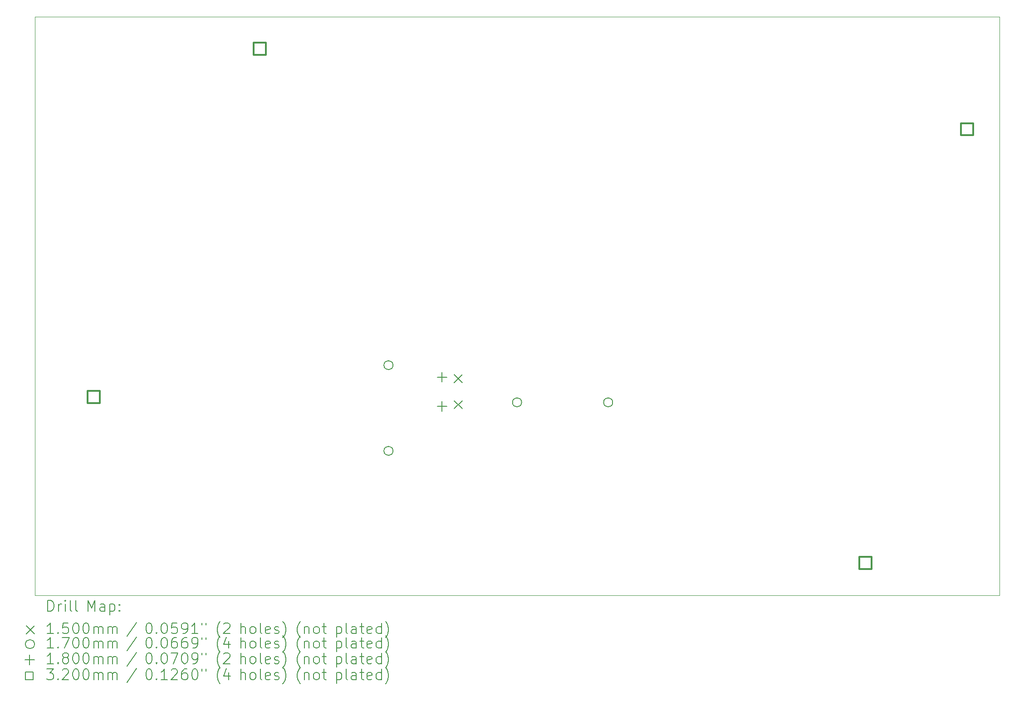
<source format=gbr>
%TF.GenerationSoftware,KiCad,Pcbnew,(7.0.0)*%
%TF.CreationDate,2023-04-14T17:54:09+02:00*%
%TF.ProjectId,multi-tool-midi-board,6d756c74-692d-4746-9f6f-6c2d6d696469,rev?*%
%TF.SameCoordinates,Original*%
%TF.FileFunction,Drillmap*%
%TF.FilePolarity,Positive*%
%FSLAX45Y45*%
G04 Gerber Fmt 4.5, Leading zero omitted, Abs format (unit mm)*
G04 Created by KiCad (PCBNEW (7.0.0)) date 2023-04-14 17:54:09*
%MOMM*%
%LPD*%
G01*
G04 APERTURE LIST*
%ADD10C,0.100000*%
%ADD11C,0.200000*%
%ADD12C,0.150000*%
%ADD13C,0.170000*%
%ADD14C,0.180000*%
%ADD15C,0.320000*%
G04 APERTURE END LIST*
D10*
X2000000Y-2300000D02*
X20000000Y-2300000D01*
X20000000Y-2300000D02*
X20000000Y-13100000D01*
X20000000Y-13100000D02*
X2000000Y-13100000D01*
X2000000Y-13100000D02*
X2000000Y-2300000D01*
D11*
D12*
X9828000Y-8982500D02*
X9978000Y-9132500D01*
X9978000Y-8982500D02*
X9828000Y-9132500D01*
X9828000Y-9467500D02*
X9978000Y-9617500D01*
X9978000Y-9467500D02*
X9828000Y-9617500D01*
D13*
X8685000Y-8805643D02*
G75*
G03*
X8685000Y-8805643I-85000J0D01*
G01*
X8685000Y-10405643D02*
G75*
G03*
X8685000Y-10405643I-85000J0D01*
G01*
X11085000Y-9500000D02*
G75*
G03*
X11085000Y-9500000I-85000J0D01*
G01*
X12785000Y-9500000D02*
G75*
G03*
X12785000Y-9500000I-85000J0D01*
G01*
D14*
X9600000Y-8937500D02*
X9600000Y-9117500D01*
X9510000Y-9027500D02*
X9690000Y-9027500D01*
X9600000Y-9482500D02*
X9600000Y-9662500D01*
X9510000Y-9572500D02*
X9690000Y-9572500D01*
D15*
X3213138Y-9513138D02*
X3213138Y-9286862D01*
X2986862Y-9286862D01*
X2986862Y-9513138D01*
X3213138Y-9513138D01*
X6313138Y-3013138D02*
X6313138Y-2786862D01*
X6086862Y-2786862D01*
X6086862Y-3013138D01*
X6313138Y-3013138D01*
X17613138Y-12613138D02*
X17613138Y-12386862D01*
X17386862Y-12386862D01*
X17386862Y-12613138D01*
X17613138Y-12613138D01*
X19513138Y-4513138D02*
X19513138Y-4286862D01*
X19286862Y-4286862D01*
X19286862Y-4513138D01*
X19513138Y-4513138D01*
D11*
X2242619Y-13398476D02*
X2242619Y-13198476D01*
X2242619Y-13198476D02*
X2290238Y-13198476D01*
X2290238Y-13198476D02*
X2318810Y-13208000D01*
X2318810Y-13208000D02*
X2337857Y-13227048D01*
X2337857Y-13227048D02*
X2347381Y-13246095D01*
X2347381Y-13246095D02*
X2356905Y-13284190D01*
X2356905Y-13284190D02*
X2356905Y-13312762D01*
X2356905Y-13312762D02*
X2347381Y-13350857D01*
X2347381Y-13350857D02*
X2337857Y-13369905D01*
X2337857Y-13369905D02*
X2318810Y-13388952D01*
X2318810Y-13388952D02*
X2290238Y-13398476D01*
X2290238Y-13398476D02*
X2242619Y-13398476D01*
X2442619Y-13398476D02*
X2442619Y-13265143D01*
X2442619Y-13303238D02*
X2452143Y-13284190D01*
X2452143Y-13284190D02*
X2461667Y-13274667D01*
X2461667Y-13274667D02*
X2480714Y-13265143D01*
X2480714Y-13265143D02*
X2499762Y-13265143D01*
X2566429Y-13398476D02*
X2566429Y-13265143D01*
X2566429Y-13198476D02*
X2556905Y-13208000D01*
X2556905Y-13208000D02*
X2566429Y-13217524D01*
X2566429Y-13217524D02*
X2575952Y-13208000D01*
X2575952Y-13208000D02*
X2566429Y-13198476D01*
X2566429Y-13198476D02*
X2566429Y-13217524D01*
X2690238Y-13398476D02*
X2671190Y-13388952D01*
X2671190Y-13388952D02*
X2661667Y-13369905D01*
X2661667Y-13369905D02*
X2661667Y-13198476D01*
X2795000Y-13398476D02*
X2775952Y-13388952D01*
X2775952Y-13388952D02*
X2766429Y-13369905D01*
X2766429Y-13369905D02*
X2766429Y-13198476D01*
X2991190Y-13398476D02*
X2991190Y-13198476D01*
X2991190Y-13198476D02*
X3057857Y-13341333D01*
X3057857Y-13341333D02*
X3124524Y-13198476D01*
X3124524Y-13198476D02*
X3124524Y-13398476D01*
X3305476Y-13398476D02*
X3305476Y-13293714D01*
X3305476Y-13293714D02*
X3295952Y-13274667D01*
X3295952Y-13274667D02*
X3276905Y-13265143D01*
X3276905Y-13265143D02*
X3238809Y-13265143D01*
X3238809Y-13265143D02*
X3219762Y-13274667D01*
X3305476Y-13388952D02*
X3286428Y-13398476D01*
X3286428Y-13398476D02*
X3238809Y-13398476D01*
X3238809Y-13398476D02*
X3219762Y-13388952D01*
X3219762Y-13388952D02*
X3210238Y-13369905D01*
X3210238Y-13369905D02*
X3210238Y-13350857D01*
X3210238Y-13350857D02*
X3219762Y-13331809D01*
X3219762Y-13331809D02*
X3238809Y-13322286D01*
X3238809Y-13322286D02*
X3286428Y-13322286D01*
X3286428Y-13322286D02*
X3305476Y-13312762D01*
X3400714Y-13265143D02*
X3400714Y-13465143D01*
X3400714Y-13274667D02*
X3419762Y-13265143D01*
X3419762Y-13265143D02*
X3457857Y-13265143D01*
X3457857Y-13265143D02*
X3476905Y-13274667D01*
X3476905Y-13274667D02*
X3486428Y-13284190D01*
X3486428Y-13284190D02*
X3495952Y-13303238D01*
X3495952Y-13303238D02*
X3495952Y-13360381D01*
X3495952Y-13360381D02*
X3486428Y-13379428D01*
X3486428Y-13379428D02*
X3476905Y-13388952D01*
X3476905Y-13388952D02*
X3457857Y-13398476D01*
X3457857Y-13398476D02*
X3419762Y-13398476D01*
X3419762Y-13398476D02*
X3400714Y-13388952D01*
X3581667Y-13379428D02*
X3591190Y-13388952D01*
X3591190Y-13388952D02*
X3581667Y-13398476D01*
X3581667Y-13398476D02*
X3572143Y-13388952D01*
X3572143Y-13388952D02*
X3581667Y-13379428D01*
X3581667Y-13379428D02*
X3581667Y-13398476D01*
X3581667Y-13274667D02*
X3591190Y-13284190D01*
X3591190Y-13284190D02*
X3581667Y-13293714D01*
X3581667Y-13293714D02*
X3572143Y-13284190D01*
X3572143Y-13284190D02*
X3581667Y-13274667D01*
X3581667Y-13274667D02*
X3581667Y-13293714D01*
D12*
X1845000Y-13670000D02*
X1995000Y-13820000D01*
X1995000Y-13670000D02*
X1845000Y-13820000D01*
D11*
X2347381Y-13818476D02*
X2233095Y-13818476D01*
X2290238Y-13818476D02*
X2290238Y-13618476D01*
X2290238Y-13618476D02*
X2271190Y-13647048D01*
X2271190Y-13647048D02*
X2252143Y-13666095D01*
X2252143Y-13666095D02*
X2233095Y-13675619D01*
X2433095Y-13799428D02*
X2442619Y-13808952D01*
X2442619Y-13808952D02*
X2433095Y-13818476D01*
X2433095Y-13818476D02*
X2423571Y-13808952D01*
X2423571Y-13808952D02*
X2433095Y-13799428D01*
X2433095Y-13799428D02*
X2433095Y-13818476D01*
X2623571Y-13618476D02*
X2528333Y-13618476D01*
X2528333Y-13618476D02*
X2518810Y-13713714D01*
X2518810Y-13713714D02*
X2528333Y-13704190D01*
X2528333Y-13704190D02*
X2547381Y-13694667D01*
X2547381Y-13694667D02*
X2595000Y-13694667D01*
X2595000Y-13694667D02*
X2614048Y-13704190D01*
X2614048Y-13704190D02*
X2623571Y-13713714D01*
X2623571Y-13713714D02*
X2633095Y-13732762D01*
X2633095Y-13732762D02*
X2633095Y-13780381D01*
X2633095Y-13780381D02*
X2623571Y-13799428D01*
X2623571Y-13799428D02*
X2614048Y-13808952D01*
X2614048Y-13808952D02*
X2595000Y-13818476D01*
X2595000Y-13818476D02*
X2547381Y-13818476D01*
X2547381Y-13818476D02*
X2528333Y-13808952D01*
X2528333Y-13808952D02*
X2518810Y-13799428D01*
X2756905Y-13618476D02*
X2775952Y-13618476D01*
X2775952Y-13618476D02*
X2795000Y-13628000D01*
X2795000Y-13628000D02*
X2804524Y-13637524D01*
X2804524Y-13637524D02*
X2814048Y-13656571D01*
X2814048Y-13656571D02*
X2823571Y-13694667D01*
X2823571Y-13694667D02*
X2823571Y-13742286D01*
X2823571Y-13742286D02*
X2814048Y-13780381D01*
X2814048Y-13780381D02*
X2804524Y-13799428D01*
X2804524Y-13799428D02*
X2795000Y-13808952D01*
X2795000Y-13808952D02*
X2775952Y-13818476D01*
X2775952Y-13818476D02*
X2756905Y-13818476D01*
X2756905Y-13818476D02*
X2737857Y-13808952D01*
X2737857Y-13808952D02*
X2728333Y-13799428D01*
X2728333Y-13799428D02*
X2718810Y-13780381D01*
X2718810Y-13780381D02*
X2709286Y-13742286D01*
X2709286Y-13742286D02*
X2709286Y-13694667D01*
X2709286Y-13694667D02*
X2718810Y-13656571D01*
X2718810Y-13656571D02*
X2728333Y-13637524D01*
X2728333Y-13637524D02*
X2737857Y-13628000D01*
X2737857Y-13628000D02*
X2756905Y-13618476D01*
X2947381Y-13618476D02*
X2966429Y-13618476D01*
X2966429Y-13618476D02*
X2985476Y-13628000D01*
X2985476Y-13628000D02*
X2995000Y-13637524D01*
X2995000Y-13637524D02*
X3004524Y-13656571D01*
X3004524Y-13656571D02*
X3014048Y-13694667D01*
X3014048Y-13694667D02*
X3014048Y-13742286D01*
X3014048Y-13742286D02*
X3004524Y-13780381D01*
X3004524Y-13780381D02*
X2995000Y-13799428D01*
X2995000Y-13799428D02*
X2985476Y-13808952D01*
X2985476Y-13808952D02*
X2966429Y-13818476D01*
X2966429Y-13818476D02*
X2947381Y-13818476D01*
X2947381Y-13818476D02*
X2928333Y-13808952D01*
X2928333Y-13808952D02*
X2918809Y-13799428D01*
X2918809Y-13799428D02*
X2909286Y-13780381D01*
X2909286Y-13780381D02*
X2899762Y-13742286D01*
X2899762Y-13742286D02*
X2899762Y-13694667D01*
X2899762Y-13694667D02*
X2909286Y-13656571D01*
X2909286Y-13656571D02*
X2918809Y-13637524D01*
X2918809Y-13637524D02*
X2928333Y-13628000D01*
X2928333Y-13628000D02*
X2947381Y-13618476D01*
X3099762Y-13818476D02*
X3099762Y-13685143D01*
X3099762Y-13704190D02*
X3109286Y-13694667D01*
X3109286Y-13694667D02*
X3128333Y-13685143D01*
X3128333Y-13685143D02*
X3156905Y-13685143D01*
X3156905Y-13685143D02*
X3175952Y-13694667D01*
X3175952Y-13694667D02*
X3185476Y-13713714D01*
X3185476Y-13713714D02*
X3185476Y-13818476D01*
X3185476Y-13713714D02*
X3195000Y-13694667D01*
X3195000Y-13694667D02*
X3214048Y-13685143D01*
X3214048Y-13685143D02*
X3242619Y-13685143D01*
X3242619Y-13685143D02*
X3261667Y-13694667D01*
X3261667Y-13694667D02*
X3271190Y-13713714D01*
X3271190Y-13713714D02*
X3271190Y-13818476D01*
X3366429Y-13818476D02*
X3366429Y-13685143D01*
X3366429Y-13704190D02*
X3375952Y-13694667D01*
X3375952Y-13694667D02*
X3395000Y-13685143D01*
X3395000Y-13685143D02*
X3423571Y-13685143D01*
X3423571Y-13685143D02*
X3442619Y-13694667D01*
X3442619Y-13694667D02*
X3452143Y-13713714D01*
X3452143Y-13713714D02*
X3452143Y-13818476D01*
X3452143Y-13713714D02*
X3461667Y-13694667D01*
X3461667Y-13694667D02*
X3480714Y-13685143D01*
X3480714Y-13685143D02*
X3509286Y-13685143D01*
X3509286Y-13685143D02*
X3528333Y-13694667D01*
X3528333Y-13694667D02*
X3537857Y-13713714D01*
X3537857Y-13713714D02*
X3537857Y-13818476D01*
X3895952Y-13608952D02*
X3724524Y-13866095D01*
X4120714Y-13618476D02*
X4139762Y-13618476D01*
X4139762Y-13618476D02*
X4158810Y-13628000D01*
X4158810Y-13628000D02*
X4168333Y-13637524D01*
X4168333Y-13637524D02*
X4177857Y-13656571D01*
X4177857Y-13656571D02*
X4187381Y-13694667D01*
X4187381Y-13694667D02*
X4187381Y-13742286D01*
X4187381Y-13742286D02*
X4177857Y-13780381D01*
X4177857Y-13780381D02*
X4168333Y-13799428D01*
X4168333Y-13799428D02*
X4158810Y-13808952D01*
X4158810Y-13808952D02*
X4139762Y-13818476D01*
X4139762Y-13818476D02*
X4120714Y-13818476D01*
X4120714Y-13818476D02*
X4101667Y-13808952D01*
X4101667Y-13808952D02*
X4092143Y-13799428D01*
X4092143Y-13799428D02*
X4082619Y-13780381D01*
X4082619Y-13780381D02*
X4073095Y-13742286D01*
X4073095Y-13742286D02*
X4073095Y-13694667D01*
X4073095Y-13694667D02*
X4082619Y-13656571D01*
X4082619Y-13656571D02*
X4092143Y-13637524D01*
X4092143Y-13637524D02*
X4101667Y-13628000D01*
X4101667Y-13628000D02*
X4120714Y-13618476D01*
X4273095Y-13799428D02*
X4282619Y-13808952D01*
X4282619Y-13808952D02*
X4273095Y-13818476D01*
X4273095Y-13818476D02*
X4263572Y-13808952D01*
X4263572Y-13808952D02*
X4273095Y-13799428D01*
X4273095Y-13799428D02*
X4273095Y-13818476D01*
X4406429Y-13618476D02*
X4425476Y-13618476D01*
X4425476Y-13618476D02*
X4444524Y-13628000D01*
X4444524Y-13628000D02*
X4454048Y-13637524D01*
X4454048Y-13637524D02*
X4463572Y-13656571D01*
X4463572Y-13656571D02*
X4473095Y-13694667D01*
X4473095Y-13694667D02*
X4473095Y-13742286D01*
X4473095Y-13742286D02*
X4463572Y-13780381D01*
X4463572Y-13780381D02*
X4454048Y-13799428D01*
X4454048Y-13799428D02*
X4444524Y-13808952D01*
X4444524Y-13808952D02*
X4425476Y-13818476D01*
X4425476Y-13818476D02*
X4406429Y-13818476D01*
X4406429Y-13818476D02*
X4387381Y-13808952D01*
X4387381Y-13808952D02*
X4377857Y-13799428D01*
X4377857Y-13799428D02*
X4368333Y-13780381D01*
X4368333Y-13780381D02*
X4358810Y-13742286D01*
X4358810Y-13742286D02*
X4358810Y-13694667D01*
X4358810Y-13694667D02*
X4368333Y-13656571D01*
X4368333Y-13656571D02*
X4377857Y-13637524D01*
X4377857Y-13637524D02*
X4387381Y-13628000D01*
X4387381Y-13628000D02*
X4406429Y-13618476D01*
X4654048Y-13618476D02*
X4558810Y-13618476D01*
X4558810Y-13618476D02*
X4549286Y-13713714D01*
X4549286Y-13713714D02*
X4558810Y-13704190D01*
X4558810Y-13704190D02*
X4577857Y-13694667D01*
X4577857Y-13694667D02*
X4625476Y-13694667D01*
X4625476Y-13694667D02*
X4644524Y-13704190D01*
X4644524Y-13704190D02*
X4654048Y-13713714D01*
X4654048Y-13713714D02*
X4663572Y-13732762D01*
X4663572Y-13732762D02*
X4663572Y-13780381D01*
X4663572Y-13780381D02*
X4654048Y-13799428D01*
X4654048Y-13799428D02*
X4644524Y-13808952D01*
X4644524Y-13808952D02*
X4625476Y-13818476D01*
X4625476Y-13818476D02*
X4577857Y-13818476D01*
X4577857Y-13818476D02*
X4558810Y-13808952D01*
X4558810Y-13808952D02*
X4549286Y-13799428D01*
X4758810Y-13818476D02*
X4796905Y-13818476D01*
X4796905Y-13818476D02*
X4815953Y-13808952D01*
X4815953Y-13808952D02*
X4825476Y-13799428D01*
X4825476Y-13799428D02*
X4844524Y-13770857D01*
X4844524Y-13770857D02*
X4854048Y-13732762D01*
X4854048Y-13732762D02*
X4854048Y-13656571D01*
X4854048Y-13656571D02*
X4844524Y-13637524D01*
X4844524Y-13637524D02*
X4835000Y-13628000D01*
X4835000Y-13628000D02*
X4815953Y-13618476D01*
X4815953Y-13618476D02*
X4777857Y-13618476D01*
X4777857Y-13618476D02*
X4758810Y-13628000D01*
X4758810Y-13628000D02*
X4749286Y-13637524D01*
X4749286Y-13637524D02*
X4739762Y-13656571D01*
X4739762Y-13656571D02*
X4739762Y-13704190D01*
X4739762Y-13704190D02*
X4749286Y-13723238D01*
X4749286Y-13723238D02*
X4758810Y-13732762D01*
X4758810Y-13732762D02*
X4777857Y-13742286D01*
X4777857Y-13742286D02*
X4815953Y-13742286D01*
X4815953Y-13742286D02*
X4835000Y-13732762D01*
X4835000Y-13732762D02*
X4844524Y-13723238D01*
X4844524Y-13723238D02*
X4854048Y-13704190D01*
X5044524Y-13818476D02*
X4930238Y-13818476D01*
X4987381Y-13818476D02*
X4987381Y-13618476D01*
X4987381Y-13618476D02*
X4968333Y-13647048D01*
X4968333Y-13647048D02*
X4949286Y-13666095D01*
X4949286Y-13666095D02*
X4930238Y-13675619D01*
X5120714Y-13618476D02*
X5120714Y-13656571D01*
X5196905Y-13618476D02*
X5196905Y-13656571D01*
X5459762Y-13894667D02*
X5450238Y-13885143D01*
X5450238Y-13885143D02*
X5431191Y-13856571D01*
X5431191Y-13856571D02*
X5421667Y-13837524D01*
X5421667Y-13837524D02*
X5412143Y-13808952D01*
X5412143Y-13808952D02*
X5402619Y-13761333D01*
X5402619Y-13761333D02*
X5402619Y-13723238D01*
X5402619Y-13723238D02*
X5412143Y-13675619D01*
X5412143Y-13675619D02*
X5421667Y-13647048D01*
X5421667Y-13647048D02*
X5431191Y-13628000D01*
X5431191Y-13628000D02*
X5450238Y-13599428D01*
X5450238Y-13599428D02*
X5459762Y-13589905D01*
X5526429Y-13637524D02*
X5535953Y-13628000D01*
X5535953Y-13628000D02*
X5555000Y-13618476D01*
X5555000Y-13618476D02*
X5602619Y-13618476D01*
X5602619Y-13618476D02*
X5621667Y-13628000D01*
X5621667Y-13628000D02*
X5631191Y-13637524D01*
X5631191Y-13637524D02*
X5640714Y-13656571D01*
X5640714Y-13656571D02*
X5640714Y-13675619D01*
X5640714Y-13675619D02*
X5631191Y-13704190D01*
X5631191Y-13704190D02*
X5516905Y-13818476D01*
X5516905Y-13818476D02*
X5640714Y-13818476D01*
X5846429Y-13818476D02*
X5846429Y-13618476D01*
X5932143Y-13818476D02*
X5932143Y-13713714D01*
X5932143Y-13713714D02*
X5922619Y-13694667D01*
X5922619Y-13694667D02*
X5903572Y-13685143D01*
X5903572Y-13685143D02*
X5875000Y-13685143D01*
X5875000Y-13685143D02*
X5855952Y-13694667D01*
X5855952Y-13694667D02*
X5846429Y-13704190D01*
X6055952Y-13818476D02*
X6036905Y-13808952D01*
X6036905Y-13808952D02*
X6027381Y-13799428D01*
X6027381Y-13799428D02*
X6017857Y-13780381D01*
X6017857Y-13780381D02*
X6017857Y-13723238D01*
X6017857Y-13723238D02*
X6027381Y-13704190D01*
X6027381Y-13704190D02*
X6036905Y-13694667D01*
X6036905Y-13694667D02*
X6055952Y-13685143D01*
X6055952Y-13685143D02*
X6084524Y-13685143D01*
X6084524Y-13685143D02*
X6103572Y-13694667D01*
X6103572Y-13694667D02*
X6113095Y-13704190D01*
X6113095Y-13704190D02*
X6122619Y-13723238D01*
X6122619Y-13723238D02*
X6122619Y-13780381D01*
X6122619Y-13780381D02*
X6113095Y-13799428D01*
X6113095Y-13799428D02*
X6103572Y-13808952D01*
X6103572Y-13808952D02*
X6084524Y-13818476D01*
X6084524Y-13818476D02*
X6055952Y-13818476D01*
X6236905Y-13818476D02*
X6217857Y-13808952D01*
X6217857Y-13808952D02*
X6208333Y-13789905D01*
X6208333Y-13789905D02*
X6208333Y-13618476D01*
X6389286Y-13808952D02*
X6370238Y-13818476D01*
X6370238Y-13818476D02*
X6332143Y-13818476D01*
X6332143Y-13818476D02*
X6313095Y-13808952D01*
X6313095Y-13808952D02*
X6303572Y-13789905D01*
X6303572Y-13789905D02*
X6303572Y-13713714D01*
X6303572Y-13713714D02*
X6313095Y-13694667D01*
X6313095Y-13694667D02*
X6332143Y-13685143D01*
X6332143Y-13685143D02*
X6370238Y-13685143D01*
X6370238Y-13685143D02*
X6389286Y-13694667D01*
X6389286Y-13694667D02*
X6398810Y-13713714D01*
X6398810Y-13713714D02*
X6398810Y-13732762D01*
X6398810Y-13732762D02*
X6303572Y-13751809D01*
X6475000Y-13808952D02*
X6494048Y-13818476D01*
X6494048Y-13818476D02*
X6532143Y-13818476D01*
X6532143Y-13818476D02*
X6551191Y-13808952D01*
X6551191Y-13808952D02*
X6560714Y-13789905D01*
X6560714Y-13789905D02*
X6560714Y-13780381D01*
X6560714Y-13780381D02*
X6551191Y-13761333D01*
X6551191Y-13761333D02*
X6532143Y-13751809D01*
X6532143Y-13751809D02*
X6503572Y-13751809D01*
X6503572Y-13751809D02*
X6484524Y-13742286D01*
X6484524Y-13742286D02*
X6475000Y-13723238D01*
X6475000Y-13723238D02*
X6475000Y-13713714D01*
X6475000Y-13713714D02*
X6484524Y-13694667D01*
X6484524Y-13694667D02*
X6503572Y-13685143D01*
X6503572Y-13685143D02*
X6532143Y-13685143D01*
X6532143Y-13685143D02*
X6551191Y-13694667D01*
X6627381Y-13894667D02*
X6636905Y-13885143D01*
X6636905Y-13885143D02*
X6655953Y-13856571D01*
X6655953Y-13856571D02*
X6665476Y-13837524D01*
X6665476Y-13837524D02*
X6675000Y-13808952D01*
X6675000Y-13808952D02*
X6684524Y-13761333D01*
X6684524Y-13761333D02*
X6684524Y-13723238D01*
X6684524Y-13723238D02*
X6675000Y-13675619D01*
X6675000Y-13675619D02*
X6665476Y-13647048D01*
X6665476Y-13647048D02*
X6655953Y-13628000D01*
X6655953Y-13628000D02*
X6636905Y-13599428D01*
X6636905Y-13599428D02*
X6627381Y-13589905D01*
X6956905Y-13894667D02*
X6947381Y-13885143D01*
X6947381Y-13885143D02*
X6928333Y-13856571D01*
X6928333Y-13856571D02*
X6918810Y-13837524D01*
X6918810Y-13837524D02*
X6909286Y-13808952D01*
X6909286Y-13808952D02*
X6899762Y-13761333D01*
X6899762Y-13761333D02*
X6899762Y-13723238D01*
X6899762Y-13723238D02*
X6909286Y-13675619D01*
X6909286Y-13675619D02*
X6918810Y-13647048D01*
X6918810Y-13647048D02*
X6928333Y-13628000D01*
X6928333Y-13628000D02*
X6947381Y-13599428D01*
X6947381Y-13599428D02*
X6956905Y-13589905D01*
X7033095Y-13685143D02*
X7033095Y-13818476D01*
X7033095Y-13704190D02*
X7042619Y-13694667D01*
X7042619Y-13694667D02*
X7061667Y-13685143D01*
X7061667Y-13685143D02*
X7090238Y-13685143D01*
X7090238Y-13685143D02*
X7109286Y-13694667D01*
X7109286Y-13694667D02*
X7118810Y-13713714D01*
X7118810Y-13713714D02*
X7118810Y-13818476D01*
X7242619Y-13818476D02*
X7223572Y-13808952D01*
X7223572Y-13808952D02*
X7214048Y-13799428D01*
X7214048Y-13799428D02*
X7204524Y-13780381D01*
X7204524Y-13780381D02*
X7204524Y-13723238D01*
X7204524Y-13723238D02*
X7214048Y-13704190D01*
X7214048Y-13704190D02*
X7223572Y-13694667D01*
X7223572Y-13694667D02*
X7242619Y-13685143D01*
X7242619Y-13685143D02*
X7271191Y-13685143D01*
X7271191Y-13685143D02*
X7290238Y-13694667D01*
X7290238Y-13694667D02*
X7299762Y-13704190D01*
X7299762Y-13704190D02*
X7309286Y-13723238D01*
X7309286Y-13723238D02*
X7309286Y-13780381D01*
X7309286Y-13780381D02*
X7299762Y-13799428D01*
X7299762Y-13799428D02*
X7290238Y-13808952D01*
X7290238Y-13808952D02*
X7271191Y-13818476D01*
X7271191Y-13818476D02*
X7242619Y-13818476D01*
X7366429Y-13685143D02*
X7442619Y-13685143D01*
X7395000Y-13618476D02*
X7395000Y-13789905D01*
X7395000Y-13789905D02*
X7404524Y-13808952D01*
X7404524Y-13808952D02*
X7423572Y-13818476D01*
X7423572Y-13818476D02*
X7442619Y-13818476D01*
X7629286Y-13685143D02*
X7629286Y-13885143D01*
X7629286Y-13694667D02*
X7648333Y-13685143D01*
X7648333Y-13685143D02*
X7686429Y-13685143D01*
X7686429Y-13685143D02*
X7705476Y-13694667D01*
X7705476Y-13694667D02*
X7715000Y-13704190D01*
X7715000Y-13704190D02*
X7724524Y-13723238D01*
X7724524Y-13723238D02*
X7724524Y-13780381D01*
X7724524Y-13780381D02*
X7715000Y-13799428D01*
X7715000Y-13799428D02*
X7705476Y-13808952D01*
X7705476Y-13808952D02*
X7686429Y-13818476D01*
X7686429Y-13818476D02*
X7648333Y-13818476D01*
X7648333Y-13818476D02*
X7629286Y-13808952D01*
X7838810Y-13818476D02*
X7819762Y-13808952D01*
X7819762Y-13808952D02*
X7810238Y-13789905D01*
X7810238Y-13789905D02*
X7810238Y-13618476D01*
X8000714Y-13818476D02*
X8000714Y-13713714D01*
X8000714Y-13713714D02*
X7991191Y-13694667D01*
X7991191Y-13694667D02*
X7972143Y-13685143D01*
X7972143Y-13685143D02*
X7934048Y-13685143D01*
X7934048Y-13685143D02*
X7915000Y-13694667D01*
X8000714Y-13808952D02*
X7981667Y-13818476D01*
X7981667Y-13818476D02*
X7934048Y-13818476D01*
X7934048Y-13818476D02*
X7915000Y-13808952D01*
X7915000Y-13808952D02*
X7905476Y-13789905D01*
X7905476Y-13789905D02*
X7905476Y-13770857D01*
X7905476Y-13770857D02*
X7915000Y-13751809D01*
X7915000Y-13751809D02*
X7934048Y-13742286D01*
X7934048Y-13742286D02*
X7981667Y-13742286D01*
X7981667Y-13742286D02*
X8000714Y-13732762D01*
X8067381Y-13685143D02*
X8143572Y-13685143D01*
X8095953Y-13618476D02*
X8095953Y-13789905D01*
X8095953Y-13789905D02*
X8105476Y-13808952D01*
X8105476Y-13808952D02*
X8124524Y-13818476D01*
X8124524Y-13818476D02*
X8143572Y-13818476D01*
X8286429Y-13808952D02*
X8267381Y-13818476D01*
X8267381Y-13818476D02*
X8229286Y-13818476D01*
X8229286Y-13818476D02*
X8210238Y-13808952D01*
X8210238Y-13808952D02*
X8200714Y-13789905D01*
X8200714Y-13789905D02*
X8200714Y-13713714D01*
X8200714Y-13713714D02*
X8210238Y-13694667D01*
X8210238Y-13694667D02*
X8229286Y-13685143D01*
X8229286Y-13685143D02*
X8267381Y-13685143D01*
X8267381Y-13685143D02*
X8286429Y-13694667D01*
X8286429Y-13694667D02*
X8295953Y-13713714D01*
X8295953Y-13713714D02*
X8295953Y-13732762D01*
X8295953Y-13732762D02*
X8200714Y-13751809D01*
X8467381Y-13818476D02*
X8467381Y-13618476D01*
X8467381Y-13808952D02*
X8448334Y-13818476D01*
X8448334Y-13818476D02*
X8410238Y-13818476D01*
X8410238Y-13818476D02*
X8391191Y-13808952D01*
X8391191Y-13808952D02*
X8381667Y-13799428D01*
X8381667Y-13799428D02*
X8372143Y-13780381D01*
X8372143Y-13780381D02*
X8372143Y-13723238D01*
X8372143Y-13723238D02*
X8381667Y-13704190D01*
X8381667Y-13704190D02*
X8391191Y-13694667D01*
X8391191Y-13694667D02*
X8410238Y-13685143D01*
X8410238Y-13685143D02*
X8448334Y-13685143D01*
X8448334Y-13685143D02*
X8467381Y-13694667D01*
X8543572Y-13894667D02*
X8553096Y-13885143D01*
X8553096Y-13885143D02*
X8572143Y-13856571D01*
X8572143Y-13856571D02*
X8581667Y-13837524D01*
X8581667Y-13837524D02*
X8591191Y-13808952D01*
X8591191Y-13808952D02*
X8600715Y-13761333D01*
X8600715Y-13761333D02*
X8600715Y-13723238D01*
X8600715Y-13723238D02*
X8591191Y-13675619D01*
X8591191Y-13675619D02*
X8581667Y-13647048D01*
X8581667Y-13647048D02*
X8572143Y-13628000D01*
X8572143Y-13628000D02*
X8553096Y-13599428D01*
X8553096Y-13599428D02*
X8543572Y-13589905D01*
D13*
X1995000Y-14015000D02*
G75*
G03*
X1995000Y-14015000I-85000J0D01*
G01*
D11*
X2347381Y-14088476D02*
X2233095Y-14088476D01*
X2290238Y-14088476D02*
X2290238Y-13888476D01*
X2290238Y-13888476D02*
X2271190Y-13917048D01*
X2271190Y-13917048D02*
X2252143Y-13936095D01*
X2252143Y-13936095D02*
X2233095Y-13945619D01*
X2433095Y-14069428D02*
X2442619Y-14078952D01*
X2442619Y-14078952D02*
X2433095Y-14088476D01*
X2433095Y-14088476D02*
X2423571Y-14078952D01*
X2423571Y-14078952D02*
X2433095Y-14069428D01*
X2433095Y-14069428D02*
X2433095Y-14088476D01*
X2509286Y-13888476D02*
X2642619Y-13888476D01*
X2642619Y-13888476D02*
X2556905Y-14088476D01*
X2756905Y-13888476D02*
X2775952Y-13888476D01*
X2775952Y-13888476D02*
X2795000Y-13898000D01*
X2795000Y-13898000D02*
X2804524Y-13907524D01*
X2804524Y-13907524D02*
X2814048Y-13926571D01*
X2814048Y-13926571D02*
X2823571Y-13964667D01*
X2823571Y-13964667D02*
X2823571Y-14012286D01*
X2823571Y-14012286D02*
X2814048Y-14050381D01*
X2814048Y-14050381D02*
X2804524Y-14069428D01*
X2804524Y-14069428D02*
X2795000Y-14078952D01*
X2795000Y-14078952D02*
X2775952Y-14088476D01*
X2775952Y-14088476D02*
X2756905Y-14088476D01*
X2756905Y-14088476D02*
X2737857Y-14078952D01*
X2737857Y-14078952D02*
X2728333Y-14069428D01*
X2728333Y-14069428D02*
X2718810Y-14050381D01*
X2718810Y-14050381D02*
X2709286Y-14012286D01*
X2709286Y-14012286D02*
X2709286Y-13964667D01*
X2709286Y-13964667D02*
X2718810Y-13926571D01*
X2718810Y-13926571D02*
X2728333Y-13907524D01*
X2728333Y-13907524D02*
X2737857Y-13898000D01*
X2737857Y-13898000D02*
X2756905Y-13888476D01*
X2947381Y-13888476D02*
X2966429Y-13888476D01*
X2966429Y-13888476D02*
X2985476Y-13898000D01*
X2985476Y-13898000D02*
X2995000Y-13907524D01*
X2995000Y-13907524D02*
X3004524Y-13926571D01*
X3004524Y-13926571D02*
X3014048Y-13964667D01*
X3014048Y-13964667D02*
X3014048Y-14012286D01*
X3014048Y-14012286D02*
X3004524Y-14050381D01*
X3004524Y-14050381D02*
X2995000Y-14069428D01*
X2995000Y-14069428D02*
X2985476Y-14078952D01*
X2985476Y-14078952D02*
X2966429Y-14088476D01*
X2966429Y-14088476D02*
X2947381Y-14088476D01*
X2947381Y-14088476D02*
X2928333Y-14078952D01*
X2928333Y-14078952D02*
X2918809Y-14069428D01*
X2918809Y-14069428D02*
X2909286Y-14050381D01*
X2909286Y-14050381D02*
X2899762Y-14012286D01*
X2899762Y-14012286D02*
X2899762Y-13964667D01*
X2899762Y-13964667D02*
X2909286Y-13926571D01*
X2909286Y-13926571D02*
X2918809Y-13907524D01*
X2918809Y-13907524D02*
X2928333Y-13898000D01*
X2928333Y-13898000D02*
X2947381Y-13888476D01*
X3099762Y-14088476D02*
X3099762Y-13955143D01*
X3099762Y-13974190D02*
X3109286Y-13964667D01*
X3109286Y-13964667D02*
X3128333Y-13955143D01*
X3128333Y-13955143D02*
X3156905Y-13955143D01*
X3156905Y-13955143D02*
X3175952Y-13964667D01*
X3175952Y-13964667D02*
X3185476Y-13983714D01*
X3185476Y-13983714D02*
X3185476Y-14088476D01*
X3185476Y-13983714D02*
X3195000Y-13964667D01*
X3195000Y-13964667D02*
X3214048Y-13955143D01*
X3214048Y-13955143D02*
X3242619Y-13955143D01*
X3242619Y-13955143D02*
X3261667Y-13964667D01*
X3261667Y-13964667D02*
X3271190Y-13983714D01*
X3271190Y-13983714D02*
X3271190Y-14088476D01*
X3366429Y-14088476D02*
X3366429Y-13955143D01*
X3366429Y-13974190D02*
X3375952Y-13964667D01*
X3375952Y-13964667D02*
X3395000Y-13955143D01*
X3395000Y-13955143D02*
X3423571Y-13955143D01*
X3423571Y-13955143D02*
X3442619Y-13964667D01*
X3442619Y-13964667D02*
X3452143Y-13983714D01*
X3452143Y-13983714D02*
X3452143Y-14088476D01*
X3452143Y-13983714D02*
X3461667Y-13964667D01*
X3461667Y-13964667D02*
X3480714Y-13955143D01*
X3480714Y-13955143D02*
X3509286Y-13955143D01*
X3509286Y-13955143D02*
X3528333Y-13964667D01*
X3528333Y-13964667D02*
X3537857Y-13983714D01*
X3537857Y-13983714D02*
X3537857Y-14088476D01*
X3895952Y-13878952D02*
X3724524Y-14136095D01*
X4120714Y-13888476D02*
X4139762Y-13888476D01*
X4139762Y-13888476D02*
X4158810Y-13898000D01*
X4158810Y-13898000D02*
X4168333Y-13907524D01*
X4168333Y-13907524D02*
X4177857Y-13926571D01*
X4177857Y-13926571D02*
X4187381Y-13964667D01*
X4187381Y-13964667D02*
X4187381Y-14012286D01*
X4187381Y-14012286D02*
X4177857Y-14050381D01*
X4177857Y-14050381D02*
X4168333Y-14069428D01*
X4168333Y-14069428D02*
X4158810Y-14078952D01*
X4158810Y-14078952D02*
X4139762Y-14088476D01*
X4139762Y-14088476D02*
X4120714Y-14088476D01*
X4120714Y-14088476D02*
X4101667Y-14078952D01*
X4101667Y-14078952D02*
X4092143Y-14069428D01*
X4092143Y-14069428D02*
X4082619Y-14050381D01*
X4082619Y-14050381D02*
X4073095Y-14012286D01*
X4073095Y-14012286D02*
X4073095Y-13964667D01*
X4073095Y-13964667D02*
X4082619Y-13926571D01*
X4082619Y-13926571D02*
X4092143Y-13907524D01*
X4092143Y-13907524D02*
X4101667Y-13898000D01*
X4101667Y-13898000D02*
X4120714Y-13888476D01*
X4273095Y-14069428D02*
X4282619Y-14078952D01*
X4282619Y-14078952D02*
X4273095Y-14088476D01*
X4273095Y-14088476D02*
X4263572Y-14078952D01*
X4263572Y-14078952D02*
X4273095Y-14069428D01*
X4273095Y-14069428D02*
X4273095Y-14088476D01*
X4406429Y-13888476D02*
X4425476Y-13888476D01*
X4425476Y-13888476D02*
X4444524Y-13898000D01*
X4444524Y-13898000D02*
X4454048Y-13907524D01*
X4454048Y-13907524D02*
X4463572Y-13926571D01*
X4463572Y-13926571D02*
X4473095Y-13964667D01*
X4473095Y-13964667D02*
X4473095Y-14012286D01*
X4473095Y-14012286D02*
X4463572Y-14050381D01*
X4463572Y-14050381D02*
X4454048Y-14069428D01*
X4454048Y-14069428D02*
X4444524Y-14078952D01*
X4444524Y-14078952D02*
X4425476Y-14088476D01*
X4425476Y-14088476D02*
X4406429Y-14088476D01*
X4406429Y-14088476D02*
X4387381Y-14078952D01*
X4387381Y-14078952D02*
X4377857Y-14069428D01*
X4377857Y-14069428D02*
X4368333Y-14050381D01*
X4368333Y-14050381D02*
X4358810Y-14012286D01*
X4358810Y-14012286D02*
X4358810Y-13964667D01*
X4358810Y-13964667D02*
X4368333Y-13926571D01*
X4368333Y-13926571D02*
X4377857Y-13907524D01*
X4377857Y-13907524D02*
X4387381Y-13898000D01*
X4387381Y-13898000D02*
X4406429Y-13888476D01*
X4644524Y-13888476D02*
X4606429Y-13888476D01*
X4606429Y-13888476D02*
X4587381Y-13898000D01*
X4587381Y-13898000D02*
X4577857Y-13907524D01*
X4577857Y-13907524D02*
X4558810Y-13936095D01*
X4558810Y-13936095D02*
X4549286Y-13974190D01*
X4549286Y-13974190D02*
X4549286Y-14050381D01*
X4549286Y-14050381D02*
X4558810Y-14069428D01*
X4558810Y-14069428D02*
X4568333Y-14078952D01*
X4568333Y-14078952D02*
X4587381Y-14088476D01*
X4587381Y-14088476D02*
X4625476Y-14088476D01*
X4625476Y-14088476D02*
X4644524Y-14078952D01*
X4644524Y-14078952D02*
X4654048Y-14069428D01*
X4654048Y-14069428D02*
X4663572Y-14050381D01*
X4663572Y-14050381D02*
X4663572Y-14002762D01*
X4663572Y-14002762D02*
X4654048Y-13983714D01*
X4654048Y-13983714D02*
X4644524Y-13974190D01*
X4644524Y-13974190D02*
X4625476Y-13964667D01*
X4625476Y-13964667D02*
X4587381Y-13964667D01*
X4587381Y-13964667D02*
X4568333Y-13974190D01*
X4568333Y-13974190D02*
X4558810Y-13983714D01*
X4558810Y-13983714D02*
X4549286Y-14002762D01*
X4835000Y-13888476D02*
X4796905Y-13888476D01*
X4796905Y-13888476D02*
X4777857Y-13898000D01*
X4777857Y-13898000D02*
X4768333Y-13907524D01*
X4768333Y-13907524D02*
X4749286Y-13936095D01*
X4749286Y-13936095D02*
X4739762Y-13974190D01*
X4739762Y-13974190D02*
X4739762Y-14050381D01*
X4739762Y-14050381D02*
X4749286Y-14069428D01*
X4749286Y-14069428D02*
X4758810Y-14078952D01*
X4758810Y-14078952D02*
X4777857Y-14088476D01*
X4777857Y-14088476D02*
X4815953Y-14088476D01*
X4815953Y-14088476D02*
X4835000Y-14078952D01*
X4835000Y-14078952D02*
X4844524Y-14069428D01*
X4844524Y-14069428D02*
X4854048Y-14050381D01*
X4854048Y-14050381D02*
X4854048Y-14002762D01*
X4854048Y-14002762D02*
X4844524Y-13983714D01*
X4844524Y-13983714D02*
X4835000Y-13974190D01*
X4835000Y-13974190D02*
X4815953Y-13964667D01*
X4815953Y-13964667D02*
X4777857Y-13964667D01*
X4777857Y-13964667D02*
X4758810Y-13974190D01*
X4758810Y-13974190D02*
X4749286Y-13983714D01*
X4749286Y-13983714D02*
X4739762Y-14002762D01*
X4949286Y-14088476D02*
X4987381Y-14088476D01*
X4987381Y-14088476D02*
X5006429Y-14078952D01*
X5006429Y-14078952D02*
X5015953Y-14069428D01*
X5015953Y-14069428D02*
X5035000Y-14040857D01*
X5035000Y-14040857D02*
X5044524Y-14002762D01*
X5044524Y-14002762D02*
X5044524Y-13926571D01*
X5044524Y-13926571D02*
X5035000Y-13907524D01*
X5035000Y-13907524D02*
X5025476Y-13898000D01*
X5025476Y-13898000D02*
X5006429Y-13888476D01*
X5006429Y-13888476D02*
X4968333Y-13888476D01*
X4968333Y-13888476D02*
X4949286Y-13898000D01*
X4949286Y-13898000D02*
X4939762Y-13907524D01*
X4939762Y-13907524D02*
X4930238Y-13926571D01*
X4930238Y-13926571D02*
X4930238Y-13974190D01*
X4930238Y-13974190D02*
X4939762Y-13993238D01*
X4939762Y-13993238D02*
X4949286Y-14002762D01*
X4949286Y-14002762D02*
X4968333Y-14012286D01*
X4968333Y-14012286D02*
X5006429Y-14012286D01*
X5006429Y-14012286D02*
X5025476Y-14002762D01*
X5025476Y-14002762D02*
X5035000Y-13993238D01*
X5035000Y-13993238D02*
X5044524Y-13974190D01*
X5120714Y-13888476D02*
X5120714Y-13926571D01*
X5196905Y-13888476D02*
X5196905Y-13926571D01*
X5459762Y-14164667D02*
X5450238Y-14155143D01*
X5450238Y-14155143D02*
X5431191Y-14126571D01*
X5431191Y-14126571D02*
X5421667Y-14107524D01*
X5421667Y-14107524D02*
X5412143Y-14078952D01*
X5412143Y-14078952D02*
X5402619Y-14031333D01*
X5402619Y-14031333D02*
X5402619Y-13993238D01*
X5402619Y-13993238D02*
X5412143Y-13945619D01*
X5412143Y-13945619D02*
X5421667Y-13917048D01*
X5421667Y-13917048D02*
X5431191Y-13898000D01*
X5431191Y-13898000D02*
X5450238Y-13869428D01*
X5450238Y-13869428D02*
X5459762Y-13859905D01*
X5621667Y-13955143D02*
X5621667Y-14088476D01*
X5574048Y-13878952D02*
X5526429Y-14021809D01*
X5526429Y-14021809D02*
X5650238Y-14021809D01*
X5846429Y-14088476D02*
X5846429Y-13888476D01*
X5932143Y-14088476D02*
X5932143Y-13983714D01*
X5932143Y-13983714D02*
X5922619Y-13964667D01*
X5922619Y-13964667D02*
X5903572Y-13955143D01*
X5903572Y-13955143D02*
X5875000Y-13955143D01*
X5875000Y-13955143D02*
X5855952Y-13964667D01*
X5855952Y-13964667D02*
X5846429Y-13974190D01*
X6055952Y-14088476D02*
X6036905Y-14078952D01*
X6036905Y-14078952D02*
X6027381Y-14069428D01*
X6027381Y-14069428D02*
X6017857Y-14050381D01*
X6017857Y-14050381D02*
X6017857Y-13993238D01*
X6017857Y-13993238D02*
X6027381Y-13974190D01*
X6027381Y-13974190D02*
X6036905Y-13964667D01*
X6036905Y-13964667D02*
X6055952Y-13955143D01*
X6055952Y-13955143D02*
X6084524Y-13955143D01*
X6084524Y-13955143D02*
X6103572Y-13964667D01*
X6103572Y-13964667D02*
X6113095Y-13974190D01*
X6113095Y-13974190D02*
X6122619Y-13993238D01*
X6122619Y-13993238D02*
X6122619Y-14050381D01*
X6122619Y-14050381D02*
X6113095Y-14069428D01*
X6113095Y-14069428D02*
X6103572Y-14078952D01*
X6103572Y-14078952D02*
X6084524Y-14088476D01*
X6084524Y-14088476D02*
X6055952Y-14088476D01*
X6236905Y-14088476D02*
X6217857Y-14078952D01*
X6217857Y-14078952D02*
X6208333Y-14059905D01*
X6208333Y-14059905D02*
X6208333Y-13888476D01*
X6389286Y-14078952D02*
X6370238Y-14088476D01*
X6370238Y-14088476D02*
X6332143Y-14088476D01*
X6332143Y-14088476D02*
X6313095Y-14078952D01*
X6313095Y-14078952D02*
X6303572Y-14059905D01*
X6303572Y-14059905D02*
X6303572Y-13983714D01*
X6303572Y-13983714D02*
X6313095Y-13964667D01*
X6313095Y-13964667D02*
X6332143Y-13955143D01*
X6332143Y-13955143D02*
X6370238Y-13955143D01*
X6370238Y-13955143D02*
X6389286Y-13964667D01*
X6389286Y-13964667D02*
X6398810Y-13983714D01*
X6398810Y-13983714D02*
X6398810Y-14002762D01*
X6398810Y-14002762D02*
X6303572Y-14021809D01*
X6475000Y-14078952D02*
X6494048Y-14088476D01*
X6494048Y-14088476D02*
X6532143Y-14088476D01*
X6532143Y-14088476D02*
X6551191Y-14078952D01*
X6551191Y-14078952D02*
X6560714Y-14059905D01*
X6560714Y-14059905D02*
X6560714Y-14050381D01*
X6560714Y-14050381D02*
X6551191Y-14031333D01*
X6551191Y-14031333D02*
X6532143Y-14021809D01*
X6532143Y-14021809D02*
X6503572Y-14021809D01*
X6503572Y-14021809D02*
X6484524Y-14012286D01*
X6484524Y-14012286D02*
X6475000Y-13993238D01*
X6475000Y-13993238D02*
X6475000Y-13983714D01*
X6475000Y-13983714D02*
X6484524Y-13964667D01*
X6484524Y-13964667D02*
X6503572Y-13955143D01*
X6503572Y-13955143D02*
X6532143Y-13955143D01*
X6532143Y-13955143D02*
X6551191Y-13964667D01*
X6627381Y-14164667D02*
X6636905Y-14155143D01*
X6636905Y-14155143D02*
X6655953Y-14126571D01*
X6655953Y-14126571D02*
X6665476Y-14107524D01*
X6665476Y-14107524D02*
X6675000Y-14078952D01*
X6675000Y-14078952D02*
X6684524Y-14031333D01*
X6684524Y-14031333D02*
X6684524Y-13993238D01*
X6684524Y-13993238D02*
X6675000Y-13945619D01*
X6675000Y-13945619D02*
X6665476Y-13917048D01*
X6665476Y-13917048D02*
X6655953Y-13898000D01*
X6655953Y-13898000D02*
X6636905Y-13869428D01*
X6636905Y-13869428D02*
X6627381Y-13859905D01*
X6956905Y-14164667D02*
X6947381Y-14155143D01*
X6947381Y-14155143D02*
X6928333Y-14126571D01*
X6928333Y-14126571D02*
X6918810Y-14107524D01*
X6918810Y-14107524D02*
X6909286Y-14078952D01*
X6909286Y-14078952D02*
X6899762Y-14031333D01*
X6899762Y-14031333D02*
X6899762Y-13993238D01*
X6899762Y-13993238D02*
X6909286Y-13945619D01*
X6909286Y-13945619D02*
X6918810Y-13917048D01*
X6918810Y-13917048D02*
X6928333Y-13898000D01*
X6928333Y-13898000D02*
X6947381Y-13869428D01*
X6947381Y-13869428D02*
X6956905Y-13859905D01*
X7033095Y-13955143D02*
X7033095Y-14088476D01*
X7033095Y-13974190D02*
X7042619Y-13964667D01*
X7042619Y-13964667D02*
X7061667Y-13955143D01*
X7061667Y-13955143D02*
X7090238Y-13955143D01*
X7090238Y-13955143D02*
X7109286Y-13964667D01*
X7109286Y-13964667D02*
X7118810Y-13983714D01*
X7118810Y-13983714D02*
X7118810Y-14088476D01*
X7242619Y-14088476D02*
X7223572Y-14078952D01*
X7223572Y-14078952D02*
X7214048Y-14069428D01*
X7214048Y-14069428D02*
X7204524Y-14050381D01*
X7204524Y-14050381D02*
X7204524Y-13993238D01*
X7204524Y-13993238D02*
X7214048Y-13974190D01*
X7214048Y-13974190D02*
X7223572Y-13964667D01*
X7223572Y-13964667D02*
X7242619Y-13955143D01*
X7242619Y-13955143D02*
X7271191Y-13955143D01*
X7271191Y-13955143D02*
X7290238Y-13964667D01*
X7290238Y-13964667D02*
X7299762Y-13974190D01*
X7299762Y-13974190D02*
X7309286Y-13993238D01*
X7309286Y-13993238D02*
X7309286Y-14050381D01*
X7309286Y-14050381D02*
X7299762Y-14069428D01*
X7299762Y-14069428D02*
X7290238Y-14078952D01*
X7290238Y-14078952D02*
X7271191Y-14088476D01*
X7271191Y-14088476D02*
X7242619Y-14088476D01*
X7366429Y-13955143D02*
X7442619Y-13955143D01*
X7395000Y-13888476D02*
X7395000Y-14059905D01*
X7395000Y-14059905D02*
X7404524Y-14078952D01*
X7404524Y-14078952D02*
X7423572Y-14088476D01*
X7423572Y-14088476D02*
X7442619Y-14088476D01*
X7629286Y-13955143D02*
X7629286Y-14155143D01*
X7629286Y-13964667D02*
X7648333Y-13955143D01*
X7648333Y-13955143D02*
X7686429Y-13955143D01*
X7686429Y-13955143D02*
X7705476Y-13964667D01*
X7705476Y-13964667D02*
X7715000Y-13974190D01*
X7715000Y-13974190D02*
X7724524Y-13993238D01*
X7724524Y-13993238D02*
X7724524Y-14050381D01*
X7724524Y-14050381D02*
X7715000Y-14069428D01*
X7715000Y-14069428D02*
X7705476Y-14078952D01*
X7705476Y-14078952D02*
X7686429Y-14088476D01*
X7686429Y-14088476D02*
X7648333Y-14088476D01*
X7648333Y-14088476D02*
X7629286Y-14078952D01*
X7838810Y-14088476D02*
X7819762Y-14078952D01*
X7819762Y-14078952D02*
X7810238Y-14059905D01*
X7810238Y-14059905D02*
X7810238Y-13888476D01*
X8000714Y-14088476D02*
X8000714Y-13983714D01*
X8000714Y-13983714D02*
X7991191Y-13964667D01*
X7991191Y-13964667D02*
X7972143Y-13955143D01*
X7972143Y-13955143D02*
X7934048Y-13955143D01*
X7934048Y-13955143D02*
X7915000Y-13964667D01*
X8000714Y-14078952D02*
X7981667Y-14088476D01*
X7981667Y-14088476D02*
X7934048Y-14088476D01*
X7934048Y-14088476D02*
X7915000Y-14078952D01*
X7915000Y-14078952D02*
X7905476Y-14059905D01*
X7905476Y-14059905D02*
X7905476Y-14040857D01*
X7905476Y-14040857D02*
X7915000Y-14021809D01*
X7915000Y-14021809D02*
X7934048Y-14012286D01*
X7934048Y-14012286D02*
X7981667Y-14012286D01*
X7981667Y-14012286D02*
X8000714Y-14002762D01*
X8067381Y-13955143D02*
X8143572Y-13955143D01*
X8095953Y-13888476D02*
X8095953Y-14059905D01*
X8095953Y-14059905D02*
X8105476Y-14078952D01*
X8105476Y-14078952D02*
X8124524Y-14088476D01*
X8124524Y-14088476D02*
X8143572Y-14088476D01*
X8286429Y-14078952D02*
X8267381Y-14088476D01*
X8267381Y-14088476D02*
X8229286Y-14088476D01*
X8229286Y-14088476D02*
X8210238Y-14078952D01*
X8210238Y-14078952D02*
X8200714Y-14059905D01*
X8200714Y-14059905D02*
X8200714Y-13983714D01*
X8200714Y-13983714D02*
X8210238Y-13964667D01*
X8210238Y-13964667D02*
X8229286Y-13955143D01*
X8229286Y-13955143D02*
X8267381Y-13955143D01*
X8267381Y-13955143D02*
X8286429Y-13964667D01*
X8286429Y-13964667D02*
X8295953Y-13983714D01*
X8295953Y-13983714D02*
X8295953Y-14002762D01*
X8295953Y-14002762D02*
X8200714Y-14021809D01*
X8467381Y-14088476D02*
X8467381Y-13888476D01*
X8467381Y-14078952D02*
X8448334Y-14088476D01*
X8448334Y-14088476D02*
X8410238Y-14088476D01*
X8410238Y-14088476D02*
X8391191Y-14078952D01*
X8391191Y-14078952D02*
X8381667Y-14069428D01*
X8381667Y-14069428D02*
X8372143Y-14050381D01*
X8372143Y-14050381D02*
X8372143Y-13993238D01*
X8372143Y-13993238D02*
X8381667Y-13974190D01*
X8381667Y-13974190D02*
X8391191Y-13964667D01*
X8391191Y-13964667D02*
X8410238Y-13955143D01*
X8410238Y-13955143D02*
X8448334Y-13955143D01*
X8448334Y-13955143D02*
X8467381Y-13964667D01*
X8543572Y-14164667D02*
X8553096Y-14155143D01*
X8553096Y-14155143D02*
X8572143Y-14126571D01*
X8572143Y-14126571D02*
X8581667Y-14107524D01*
X8581667Y-14107524D02*
X8591191Y-14078952D01*
X8591191Y-14078952D02*
X8600715Y-14031333D01*
X8600715Y-14031333D02*
X8600715Y-13993238D01*
X8600715Y-13993238D02*
X8591191Y-13945619D01*
X8591191Y-13945619D02*
X8581667Y-13917048D01*
X8581667Y-13917048D02*
X8572143Y-13898000D01*
X8572143Y-13898000D02*
X8553096Y-13869428D01*
X8553096Y-13869428D02*
X8543572Y-13859905D01*
D14*
X1905000Y-14215000D02*
X1905000Y-14395000D01*
X1815000Y-14305000D02*
X1995000Y-14305000D01*
D11*
X2347381Y-14378476D02*
X2233095Y-14378476D01*
X2290238Y-14378476D02*
X2290238Y-14178476D01*
X2290238Y-14178476D02*
X2271190Y-14207048D01*
X2271190Y-14207048D02*
X2252143Y-14226095D01*
X2252143Y-14226095D02*
X2233095Y-14235619D01*
X2433095Y-14359428D02*
X2442619Y-14368952D01*
X2442619Y-14368952D02*
X2433095Y-14378476D01*
X2433095Y-14378476D02*
X2423571Y-14368952D01*
X2423571Y-14368952D02*
X2433095Y-14359428D01*
X2433095Y-14359428D02*
X2433095Y-14378476D01*
X2556905Y-14264190D02*
X2537857Y-14254667D01*
X2537857Y-14254667D02*
X2528333Y-14245143D01*
X2528333Y-14245143D02*
X2518810Y-14226095D01*
X2518810Y-14226095D02*
X2518810Y-14216571D01*
X2518810Y-14216571D02*
X2528333Y-14197524D01*
X2528333Y-14197524D02*
X2537857Y-14188000D01*
X2537857Y-14188000D02*
X2556905Y-14178476D01*
X2556905Y-14178476D02*
X2595000Y-14178476D01*
X2595000Y-14178476D02*
X2614048Y-14188000D01*
X2614048Y-14188000D02*
X2623571Y-14197524D01*
X2623571Y-14197524D02*
X2633095Y-14216571D01*
X2633095Y-14216571D02*
X2633095Y-14226095D01*
X2633095Y-14226095D02*
X2623571Y-14245143D01*
X2623571Y-14245143D02*
X2614048Y-14254667D01*
X2614048Y-14254667D02*
X2595000Y-14264190D01*
X2595000Y-14264190D02*
X2556905Y-14264190D01*
X2556905Y-14264190D02*
X2537857Y-14273714D01*
X2537857Y-14273714D02*
X2528333Y-14283238D01*
X2528333Y-14283238D02*
X2518810Y-14302286D01*
X2518810Y-14302286D02*
X2518810Y-14340381D01*
X2518810Y-14340381D02*
X2528333Y-14359428D01*
X2528333Y-14359428D02*
X2537857Y-14368952D01*
X2537857Y-14368952D02*
X2556905Y-14378476D01*
X2556905Y-14378476D02*
X2595000Y-14378476D01*
X2595000Y-14378476D02*
X2614048Y-14368952D01*
X2614048Y-14368952D02*
X2623571Y-14359428D01*
X2623571Y-14359428D02*
X2633095Y-14340381D01*
X2633095Y-14340381D02*
X2633095Y-14302286D01*
X2633095Y-14302286D02*
X2623571Y-14283238D01*
X2623571Y-14283238D02*
X2614048Y-14273714D01*
X2614048Y-14273714D02*
X2595000Y-14264190D01*
X2756905Y-14178476D02*
X2775952Y-14178476D01*
X2775952Y-14178476D02*
X2795000Y-14188000D01*
X2795000Y-14188000D02*
X2804524Y-14197524D01*
X2804524Y-14197524D02*
X2814048Y-14216571D01*
X2814048Y-14216571D02*
X2823571Y-14254667D01*
X2823571Y-14254667D02*
X2823571Y-14302286D01*
X2823571Y-14302286D02*
X2814048Y-14340381D01*
X2814048Y-14340381D02*
X2804524Y-14359428D01*
X2804524Y-14359428D02*
X2795000Y-14368952D01*
X2795000Y-14368952D02*
X2775952Y-14378476D01*
X2775952Y-14378476D02*
X2756905Y-14378476D01*
X2756905Y-14378476D02*
X2737857Y-14368952D01*
X2737857Y-14368952D02*
X2728333Y-14359428D01*
X2728333Y-14359428D02*
X2718810Y-14340381D01*
X2718810Y-14340381D02*
X2709286Y-14302286D01*
X2709286Y-14302286D02*
X2709286Y-14254667D01*
X2709286Y-14254667D02*
X2718810Y-14216571D01*
X2718810Y-14216571D02*
X2728333Y-14197524D01*
X2728333Y-14197524D02*
X2737857Y-14188000D01*
X2737857Y-14188000D02*
X2756905Y-14178476D01*
X2947381Y-14178476D02*
X2966429Y-14178476D01*
X2966429Y-14178476D02*
X2985476Y-14188000D01*
X2985476Y-14188000D02*
X2995000Y-14197524D01*
X2995000Y-14197524D02*
X3004524Y-14216571D01*
X3004524Y-14216571D02*
X3014048Y-14254667D01*
X3014048Y-14254667D02*
X3014048Y-14302286D01*
X3014048Y-14302286D02*
X3004524Y-14340381D01*
X3004524Y-14340381D02*
X2995000Y-14359428D01*
X2995000Y-14359428D02*
X2985476Y-14368952D01*
X2985476Y-14368952D02*
X2966429Y-14378476D01*
X2966429Y-14378476D02*
X2947381Y-14378476D01*
X2947381Y-14378476D02*
X2928333Y-14368952D01*
X2928333Y-14368952D02*
X2918809Y-14359428D01*
X2918809Y-14359428D02*
X2909286Y-14340381D01*
X2909286Y-14340381D02*
X2899762Y-14302286D01*
X2899762Y-14302286D02*
X2899762Y-14254667D01*
X2899762Y-14254667D02*
X2909286Y-14216571D01*
X2909286Y-14216571D02*
X2918809Y-14197524D01*
X2918809Y-14197524D02*
X2928333Y-14188000D01*
X2928333Y-14188000D02*
X2947381Y-14178476D01*
X3099762Y-14378476D02*
X3099762Y-14245143D01*
X3099762Y-14264190D02*
X3109286Y-14254667D01*
X3109286Y-14254667D02*
X3128333Y-14245143D01*
X3128333Y-14245143D02*
X3156905Y-14245143D01*
X3156905Y-14245143D02*
X3175952Y-14254667D01*
X3175952Y-14254667D02*
X3185476Y-14273714D01*
X3185476Y-14273714D02*
X3185476Y-14378476D01*
X3185476Y-14273714D02*
X3195000Y-14254667D01*
X3195000Y-14254667D02*
X3214048Y-14245143D01*
X3214048Y-14245143D02*
X3242619Y-14245143D01*
X3242619Y-14245143D02*
X3261667Y-14254667D01*
X3261667Y-14254667D02*
X3271190Y-14273714D01*
X3271190Y-14273714D02*
X3271190Y-14378476D01*
X3366429Y-14378476D02*
X3366429Y-14245143D01*
X3366429Y-14264190D02*
X3375952Y-14254667D01*
X3375952Y-14254667D02*
X3395000Y-14245143D01*
X3395000Y-14245143D02*
X3423571Y-14245143D01*
X3423571Y-14245143D02*
X3442619Y-14254667D01*
X3442619Y-14254667D02*
X3452143Y-14273714D01*
X3452143Y-14273714D02*
X3452143Y-14378476D01*
X3452143Y-14273714D02*
X3461667Y-14254667D01*
X3461667Y-14254667D02*
X3480714Y-14245143D01*
X3480714Y-14245143D02*
X3509286Y-14245143D01*
X3509286Y-14245143D02*
X3528333Y-14254667D01*
X3528333Y-14254667D02*
X3537857Y-14273714D01*
X3537857Y-14273714D02*
X3537857Y-14378476D01*
X3895952Y-14168952D02*
X3724524Y-14426095D01*
X4120714Y-14178476D02*
X4139762Y-14178476D01*
X4139762Y-14178476D02*
X4158810Y-14188000D01*
X4158810Y-14188000D02*
X4168333Y-14197524D01*
X4168333Y-14197524D02*
X4177857Y-14216571D01*
X4177857Y-14216571D02*
X4187381Y-14254667D01*
X4187381Y-14254667D02*
X4187381Y-14302286D01*
X4187381Y-14302286D02*
X4177857Y-14340381D01*
X4177857Y-14340381D02*
X4168333Y-14359428D01*
X4168333Y-14359428D02*
X4158810Y-14368952D01*
X4158810Y-14368952D02*
X4139762Y-14378476D01*
X4139762Y-14378476D02*
X4120714Y-14378476D01*
X4120714Y-14378476D02*
X4101667Y-14368952D01*
X4101667Y-14368952D02*
X4092143Y-14359428D01*
X4092143Y-14359428D02*
X4082619Y-14340381D01*
X4082619Y-14340381D02*
X4073095Y-14302286D01*
X4073095Y-14302286D02*
X4073095Y-14254667D01*
X4073095Y-14254667D02*
X4082619Y-14216571D01*
X4082619Y-14216571D02*
X4092143Y-14197524D01*
X4092143Y-14197524D02*
X4101667Y-14188000D01*
X4101667Y-14188000D02*
X4120714Y-14178476D01*
X4273095Y-14359428D02*
X4282619Y-14368952D01*
X4282619Y-14368952D02*
X4273095Y-14378476D01*
X4273095Y-14378476D02*
X4263572Y-14368952D01*
X4263572Y-14368952D02*
X4273095Y-14359428D01*
X4273095Y-14359428D02*
X4273095Y-14378476D01*
X4406429Y-14178476D02*
X4425476Y-14178476D01*
X4425476Y-14178476D02*
X4444524Y-14188000D01*
X4444524Y-14188000D02*
X4454048Y-14197524D01*
X4454048Y-14197524D02*
X4463572Y-14216571D01*
X4463572Y-14216571D02*
X4473095Y-14254667D01*
X4473095Y-14254667D02*
X4473095Y-14302286D01*
X4473095Y-14302286D02*
X4463572Y-14340381D01*
X4463572Y-14340381D02*
X4454048Y-14359428D01*
X4454048Y-14359428D02*
X4444524Y-14368952D01*
X4444524Y-14368952D02*
X4425476Y-14378476D01*
X4425476Y-14378476D02*
X4406429Y-14378476D01*
X4406429Y-14378476D02*
X4387381Y-14368952D01*
X4387381Y-14368952D02*
X4377857Y-14359428D01*
X4377857Y-14359428D02*
X4368333Y-14340381D01*
X4368333Y-14340381D02*
X4358810Y-14302286D01*
X4358810Y-14302286D02*
X4358810Y-14254667D01*
X4358810Y-14254667D02*
X4368333Y-14216571D01*
X4368333Y-14216571D02*
X4377857Y-14197524D01*
X4377857Y-14197524D02*
X4387381Y-14188000D01*
X4387381Y-14188000D02*
X4406429Y-14178476D01*
X4539762Y-14178476D02*
X4673095Y-14178476D01*
X4673095Y-14178476D02*
X4587381Y-14378476D01*
X4787381Y-14178476D02*
X4806429Y-14178476D01*
X4806429Y-14178476D02*
X4825476Y-14188000D01*
X4825476Y-14188000D02*
X4835000Y-14197524D01*
X4835000Y-14197524D02*
X4844524Y-14216571D01*
X4844524Y-14216571D02*
X4854048Y-14254667D01*
X4854048Y-14254667D02*
X4854048Y-14302286D01*
X4854048Y-14302286D02*
X4844524Y-14340381D01*
X4844524Y-14340381D02*
X4835000Y-14359428D01*
X4835000Y-14359428D02*
X4825476Y-14368952D01*
X4825476Y-14368952D02*
X4806429Y-14378476D01*
X4806429Y-14378476D02*
X4787381Y-14378476D01*
X4787381Y-14378476D02*
X4768333Y-14368952D01*
X4768333Y-14368952D02*
X4758810Y-14359428D01*
X4758810Y-14359428D02*
X4749286Y-14340381D01*
X4749286Y-14340381D02*
X4739762Y-14302286D01*
X4739762Y-14302286D02*
X4739762Y-14254667D01*
X4739762Y-14254667D02*
X4749286Y-14216571D01*
X4749286Y-14216571D02*
X4758810Y-14197524D01*
X4758810Y-14197524D02*
X4768333Y-14188000D01*
X4768333Y-14188000D02*
X4787381Y-14178476D01*
X4949286Y-14378476D02*
X4987381Y-14378476D01*
X4987381Y-14378476D02*
X5006429Y-14368952D01*
X5006429Y-14368952D02*
X5015953Y-14359428D01*
X5015953Y-14359428D02*
X5035000Y-14330857D01*
X5035000Y-14330857D02*
X5044524Y-14292762D01*
X5044524Y-14292762D02*
X5044524Y-14216571D01*
X5044524Y-14216571D02*
X5035000Y-14197524D01*
X5035000Y-14197524D02*
X5025476Y-14188000D01*
X5025476Y-14188000D02*
X5006429Y-14178476D01*
X5006429Y-14178476D02*
X4968333Y-14178476D01*
X4968333Y-14178476D02*
X4949286Y-14188000D01*
X4949286Y-14188000D02*
X4939762Y-14197524D01*
X4939762Y-14197524D02*
X4930238Y-14216571D01*
X4930238Y-14216571D02*
X4930238Y-14264190D01*
X4930238Y-14264190D02*
X4939762Y-14283238D01*
X4939762Y-14283238D02*
X4949286Y-14292762D01*
X4949286Y-14292762D02*
X4968333Y-14302286D01*
X4968333Y-14302286D02*
X5006429Y-14302286D01*
X5006429Y-14302286D02*
X5025476Y-14292762D01*
X5025476Y-14292762D02*
X5035000Y-14283238D01*
X5035000Y-14283238D02*
X5044524Y-14264190D01*
X5120714Y-14178476D02*
X5120714Y-14216571D01*
X5196905Y-14178476D02*
X5196905Y-14216571D01*
X5459762Y-14454667D02*
X5450238Y-14445143D01*
X5450238Y-14445143D02*
X5431191Y-14416571D01*
X5431191Y-14416571D02*
X5421667Y-14397524D01*
X5421667Y-14397524D02*
X5412143Y-14368952D01*
X5412143Y-14368952D02*
X5402619Y-14321333D01*
X5402619Y-14321333D02*
X5402619Y-14283238D01*
X5402619Y-14283238D02*
X5412143Y-14235619D01*
X5412143Y-14235619D02*
X5421667Y-14207048D01*
X5421667Y-14207048D02*
X5431191Y-14188000D01*
X5431191Y-14188000D02*
X5450238Y-14159428D01*
X5450238Y-14159428D02*
X5459762Y-14149905D01*
X5526429Y-14197524D02*
X5535953Y-14188000D01*
X5535953Y-14188000D02*
X5555000Y-14178476D01*
X5555000Y-14178476D02*
X5602619Y-14178476D01*
X5602619Y-14178476D02*
X5621667Y-14188000D01*
X5621667Y-14188000D02*
X5631191Y-14197524D01*
X5631191Y-14197524D02*
X5640714Y-14216571D01*
X5640714Y-14216571D02*
X5640714Y-14235619D01*
X5640714Y-14235619D02*
X5631191Y-14264190D01*
X5631191Y-14264190D02*
X5516905Y-14378476D01*
X5516905Y-14378476D02*
X5640714Y-14378476D01*
X5846429Y-14378476D02*
X5846429Y-14178476D01*
X5932143Y-14378476D02*
X5932143Y-14273714D01*
X5932143Y-14273714D02*
X5922619Y-14254667D01*
X5922619Y-14254667D02*
X5903572Y-14245143D01*
X5903572Y-14245143D02*
X5875000Y-14245143D01*
X5875000Y-14245143D02*
X5855952Y-14254667D01*
X5855952Y-14254667D02*
X5846429Y-14264190D01*
X6055952Y-14378476D02*
X6036905Y-14368952D01*
X6036905Y-14368952D02*
X6027381Y-14359428D01*
X6027381Y-14359428D02*
X6017857Y-14340381D01*
X6017857Y-14340381D02*
X6017857Y-14283238D01*
X6017857Y-14283238D02*
X6027381Y-14264190D01*
X6027381Y-14264190D02*
X6036905Y-14254667D01*
X6036905Y-14254667D02*
X6055952Y-14245143D01*
X6055952Y-14245143D02*
X6084524Y-14245143D01*
X6084524Y-14245143D02*
X6103572Y-14254667D01*
X6103572Y-14254667D02*
X6113095Y-14264190D01*
X6113095Y-14264190D02*
X6122619Y-14283238D01*
X6122619Y-14283238D02*
X6122619Y-14340381D01*
X6122619Y-14340381D02*
X6113095Y-14359428D01*
X6113095Y-14359428D02*
X6103572Y-14368952D01*
X6103572Y-14368952D02*
X6084524Y-14378476D01*
X6084524Y-14378476D02*
X6055952Y-14378476D01*
X6236905Y-14378476D02*
X6217857Y-14368952D01*
X6217857Y-14368952D02*
X6208333Y-14349905D01*
X6208333Y-14349905D02*
X6208333Y-14178476D01*
X6389286Y-14368952D02*
X6370238Y-14378476D01*
X6370238Y-14378476D02*
X6332143Y-14378476D01*
X6332143Y-14378476D02*
X6313095Y-14368952D01*
X6313095Y-14368952D02*
X6303572Y-14349905D01*
X6303572Y-14349905D02*
X6303572Y-14273714D01*
X6303572Y-14273714D02*
X6313095Y-14254667D01*
X6313095Y-14254667D02*
X6332143Y-14245143D01*
X6332143Y-14245143D02*
X6370238Y-14245143D01*
X6370238Y-14245143D02*
X6389286Y-14254667D01*
X6389286Y-14254667D02*
X6398810Y-14273714D01*
X6398810Y-14273714D02*
X6398810Y-14292762D01*
X6398810Y-14292762D02*
X6303572Y-14311809D01*
X6475000Y-14368952D02*
X6494048Y-14378476D01*
X6494048Y-14378476D02*
X6532143Y-14378476D01*
X6532143Y-14378476D02*
X6551191Y-14368952D01*
X6551191Y-14368952D02*
X6560714Y-14349905D01*
X6560714Y-14349905D02*
X6560714Y-14340381D01*
X6560714Y-14340381D02*
X6551191Y-14321333D01*
X6551191Y-14321333D02*
X6532143Y-14311809D01*
X6532143Y-14311809D02*
X6503572Y-14311809D01*
X6503572Y-14311809D02*
X6484524Y-14302286D01*
X6484524Y-14302286D02*
X6475000Y-14283238D01*
X6475000Y-14283238D02*
X6475000Y-14273714D01*
X6475000Y-14273714D02*
X6484524Y-14254667D01*
X6484524Y-14254667D02*
X6503572Y-14245143D01*
X6503572Y-14245143D02*
X6532143Y-14245143D01*
X6532143Y-14245143D02*
X6551191Y-14254667D01*
X6627381Y-14454667D02*
X6636905Y-14445143D01*
X6636905Y-14445143D02*
X6655953Y-14416571D01*
X6655953Y-14416571D02*
X6665476Y-14397524D01*
X6665476Y-14397524D02*
X6675000Y-14368952D01*
X6675000Y-14368952D02*
X6684524Y-14321333D01*
X6684524Y-14321333D02*
X6684524Y-14283238D01*
X6684524Y-14283238D02*
X6675000Y-14235619D01*
X6675000Y-14235619D02*
X6665476Y-14207048D01*
X6665476Y-14207048D02*
X6655953Y-14188000D01*
X6655953Y-14188000D02*
X6636905Y-14159428D01*
X6636905Y-14159428D02*
X6627381Y-14149905D01*
X6956905Y-14454667D02*
X6947381Y-14445143D01*
X6947381Y-14445143D02*
X6928333Y-14416571D01*
X6928333Y-14416571D02*
X6918810Y-14397524D01*
X6918810Y-14397524D02*
X6909286Y-14368952D01*
X6909286Y-14368952D02*
X6899762Y-14321333D01*
X6899762Y-14321333D02*
X6899762Y-14283238D01*
X6899762Y-14283238D02*
X6909286Y-14235619D01*
X6909286Y-14235619D02*
X6918810Y-14207048D01*
X6918810Y-14207048D02*
X6928333Y-14188000D01*
X6928333Y-14188000D02*
X6947381Y-14159428D01*
X6947381Y-14159428D02*
X6956905Y-14149905D01*
X7033095Y-14245143D02*
X7033095Y-14378476D01*
X7033095Y-14264190D02*
X7042619Y-14254667D01*
X7042619Y-14254667D02*
X7061667Y-14245143D01*
X7061667Y-14245143D02*
X7090238Y-14245143D01*
X7090238Y-14245143D02*
X7109286Y-14254667D01*
X7109286Y-14254667D02*
X7118810Y-14273714D01*
X7118810Y-14273714D02*
X7118810Y-14378476D01*
X7242619Y-14378476D02*
X7223572Y-14368952D01*
X7223572Y-14368952D02*
X7214048Y-14359428D01*
X7214048Y-14359428D02*
X7204524Y-14340381D01*
X7204524Y-14340381D02*
X7204524Y-14283238D01*
X7204524Y-14283238D02*
X7214048Y-14264190D01*
X7214048Y-14264190D02*
X7223572Y-14254667D01*
X7223572Y-14254667D02*
X7242619Y-14245143D01*
X7242619Y-14245143D02*
X7271191Y-14245143D01*
X7271191Y-14245143D02*
X7290238Y-14254667D01*
X7290238Y-14254667D02*
X7299762Y-14264190D01*
X7299762Y-14264190D02*
X7309286Y-14283238D01*
X7309286Y-14283238D02*
X7309286Y-14340381D01*
X7309286Y-14340381D02*
X7299762Y-14359428D01*
X7299762Y-14359428D02*
X7290238Y-14368952D01*
X7290238Y-14368952D02*
X7271191Y-14378476D01*
X7271191Y-14378476D02*
X7242619Y-14378476D01*
X7366429Y-14245143D02*
X7442619Y-14245143D01*
X7395000Y-14178476D02*
X7395000Y-14349905D01*
X7395000Y-14349905D02*
X7404524Y-14368952D01*
X7404524Y-14368952D02*
X7423572Y-14378476D01*
X7423572Y-14378476D02*
X7442619Y-14378476D01*
X7629286Y-14245143D02*
X7629286Y-14445143D01*
X7629286Y-14254667D02*
X7648333Y-14245143D01*
X7648333Y-14245143D02*
X7686429Y-14245143D01*
X7686429Y-14245143D02*
X7705476Y-14254667D01*
X7705476Y-14254667D02*
X7715000Y-14264190D01*
X7715000Y-14264190D02*
X7724524Y-14283238D01*
X7724524Y-14283238D02*
X7724524Y-14340381D01*
X7724524Y-14340381D02*
X7715000Y-14359428D01*
X7715000Y-14359428D02*
X7705476Y-14368952D01*
X7705476Y-14368952D02*
X7686429Y-14378476D01*
X7686429Y-14378476D02*
X7648333Y-14378476D01*
X7648333Y-14378476D02*
X7629286Y-14368952D01*
X7838810Y-14378476D02*
X7819762Y-14368952D01*
X7819762Y-14368952D02*
X7810238Y-14349905D01*
X7810238Y-14349905D02*
X7810238Y-14178476D01*
X8000714Y-14378476D02*
X8000714Y-14273714D01*
X8000714Y-14273714D02*
X7991191Y-14254667D01*
X7991191Y-14254667D02*
X7972143Y-14245143D01*
X7972143Y-14245143D02*
X7934048Y-14245143D01*
X7934048Y-14245143D02*
X7915000Y-14254667D01*
X8000714Y-14368952D02*
X7981667Y-14378476D01*
X7981667Y-14378476D02*
X7934048Y-14378476D01*
X7934048Y-14378476D02*
X7915000Y-14368952D01*
X7915000Y-14368952D02*
X7905476Y-14349905D01*
X7905476Y-14349905D02*
X7905476Y-14330857D01*
X7905476Y-14330857D02*
X7915000Y-14311809D01*
X7915000Y-14311809D02*
X7934048Y-14302286D01*
X7934048Y-14302286D02*
X7981667Y-14302286D01*
X7981667Y-14302286D02*
X8000714Y-14292762D01*
X8067381Y-14245143D02*
X8143572Y-14245143D01*
X8095953Y-14178476D02*
X8095953Y-14349905D01*
X8095953Y-14349905D02*
X8105476Y-14368952D01*
X8105476Y-14368952D02*
X8124524Y-14378476D01*
X8124524Y-14378476D02*
X8143572Y-14378476D01*
X8286429Y-14368952D02*
X8267381Y-14378476D01*
X8267381Y-14378476D02*
X8229286Y-14378476D01*
X8229286Y-14378476D02*
X8210238Y-14368952D01*
X8210238Y-14368952D02*
X8200714Y-14349905D01*
X8200714Y-14349905D02*
X8200714Y-14273714D01*
X8200714Y-14273714D02*
X8210238Y-14254667D01*
X8210238Y-14254667D02*
X8229286Y-14245143D01*
X8229286Y-14245143D02*
X8267381Y-14245143D01*
X8267381Y-14245143D02*
X8286429Y-14254667D01*
X8286429Y-14254667D02*
X8295953Y-14273714D01*
X8295953Y-14273714D02*
X8295953Y-14292762D01*
X8295953Y-14292762D02*
X8200714Y-14311809D01*
X8467381Y-14378476D02*
X8467381Y-14178476D01*
X8467381Y-14368952D02*
X8448334Y-14378476D01*
X8448334Y-14378476D02*
X8410238Y-14378476D01*
X8410238Y-14378476D02*
X8391191Y-14368952D01*
X8391191Y-14368952D02*
X8381667Y-14359428D01*
X8381667Y-14359428D02*
X8372143Y-14340381D01*
X8372143Y-14340381D02*
X8372143Y-14283238D01*
X8372143Y-14283238D02*
X8381667Y-14264190D01*
X8381667Y-14264190D02*
X8391191Y-14254667D01*
X8391191Y-14254667D02*
X8410238Y-14245143D01*
X8410238Y-14245143D02*
X8448334Y-14245143D01*
X8448334Y-14245143D02*
X8467381Y-14254667D01*
X8543572Y-14454667D02*
X8553096Y-14445143D01*
X8553096Y-14445143D02*
X8572143Y-14416571D01*
X8572143Y-14416571D02*
X8581667Y-14397524D01*
X8581667Y-14397524D02*
X8591191Y-14368952D01*
X8591191Y-14368952D02*
X8600715Y-14321333D01*
X8600715Y-14321333D02*
X8600715Y-14283238D01*
X8600715Y-14283238D02*
X8591191Y-14235619D01*
X8591191Y-14235619D02*
X8581667Y-14207048D01*
X8581667Y-14207048D02*
X8572143Y-14188000D01*
X8572143Y-14188000D02*
X8553096Y-14159428D01*
X8553096Y-14159428D02*
X8543572Y-14149905D01*
X1965711Y-14675711D02*
X1965711Y-14534289D01*
X1824289Y-14534289D01*
X1824289Y-14675711D01*
X1965711Y-14675711D01*
X2223571Y-14478476D02*
X2347381Y-14478476D01*
X2347381Y-14478476D02*
X2280714Y-14554667D01*
X2280714Y-14554667D02*
X2309286Y-14554667D01*
X2309286Y-14554667D02*
X2328333Y-14564190D01*
X2328333Y-14564190D02*
X2337857Y-14573714D01*
X2337857Y-14573714D02*
X2347381Y-14592762D01*
X2347381Y-14592762D02*
X2347381Y-14640381D01*
X2347381Y-14640381D02*
X2337857Y-14659428D01*
X2337857Y-14659428D02*
X2328333Y-14668952D01*
X2328333Y-14668952D02*
X2309286Y-14678476D01*
X2309286Y-14678476D02*
X2252143Y-14678476D01*
X2252143Y-14678476D02*
X2233095Y-14668952D01*
X2233095Y-14668952D02*
X2223571Y-14659428D01*
X2433095Y-14659428D02*
X2442619Y-14668952D01*
X2442619Y-14668952D02*
X2433095Y-14678476D01*
X2433095Y-14678476D02*
X2423571Y-14668952D01*
X2423571Y-14668952D02*
X2433095Y-14659428D01*
X2433095Y-14659428D02*
X2433095Y-14678476D01*
X2518810Y-14497524D02*
X2528333Y-14488000D01*
X2528333Y-14488000D02*
X2547381Y-14478476D01*
X2547381Y-14478476D02*
X2595000Y-14478476D01*
X2595000Y-14478476D02*
X2614048Y-14488000D01*
X2614048Y-14488000D02*
X2623571Y-14497524D01*
X2623571Y-14497524D02*
X2633095Y-14516571D01*
X2633095Y-14516571D02*
X2633095Y-14535619D01*
X2633095Y-14535619D02*
X2623571Y-14564190D01*
X2623571Y-14564190D02*
X2509286Y-14678476D01*
X2509286Y-14678476D02*
X2633095Y-14678476D01*
X2756905Y-14478476D02*
X2775952Y-14478476D01*
X2775952Y-14478476D02*
X2795000Y-14488000D01*
X2795000Y-14488000D02*
X2804524Y-14497524D01*
X2804524Y-14497524D02*
X2814048Y-14516571D01*
X2814048Y-14516571D02*
X2823571Y-14554667D01*
X2823571Y-14554667D02*
X2823571Y-14602286D01*
X2823571Y-14602286D02*
X2814048Y-14640381D01*
X2814048Y-14640381D02*
X2804524Y-14659428D01*
X2804524Y-14659428D02*
X2795000Y-14668952D01*
X2795000Y-14668952D02*
X2775952Y-14678476D01*
X2775952Y-14678476D02*
X2756905Y-14678476D01*
X2756905Y-14678476D02*
X2737857Y-14668952D01*
X2737857Y-14668952D02*
X2728333Y-14659428D01*
X2728333Y-14659428D02*
X2718810Y-14640381D01*
X2718810Y-14640381D02*
X2709286Y-14602286D01*
X2709286Y-14602286D02*
X2709286Y-14554667D01*
X2709286Y-14554667D02*
X2718810Y-14516571D01*
X2718810Y-14516571D02*
X2728333Y-14497524D01*
X2728333Y-14497524D02*
X2737857Y-14488000D01*
X2737857Y-14488000D02*
X2756905Y-14478476D01*
X2947381Y-14478476D02*
X2966429Y-14478476D01*
X2966429Y-14478476D02*
X2985476Y-14488000D01*
X2985476Y-14488000D02*
X2995000Y-14497524D01*
X2995000Y-14497524D02*
X3004524Y-14516571D01*
X3004524Y-14516571D02*
X3014048Y-14554667D01*
X3014048Y-14554667D02*
X3014048Y-14602286D01*
X3014048Y-14602286D02*
X3004524Y-14640381D01*
X3004524Y-14640381D02*
X2995000Y-14659428D01*
X2995000Y-14659428D02*
X2985476Y-14668952D01*
X2985476Y-14668952D02*
X2966429Y-14678476D01*
X2966429Y-14678476D02*
X2947381Y-14678476D01*
X2947381Y-14678476D02*
X2928333Y-14668952D01*
X2928333Y-14668952D02*
X2918809Y-14659428D01*
X2918809Y-14659428D02*
X2909286Y-14640381D01*
X2909286Y-14640381D02*
X2899762Y-14602286D01*
X2899762Y-14602286D02*
X2899762Y-14554667D01*
X2899762Y-14554667D02*
X2909286Y-14516571D01*
X2909286Y-14516571D02*
X2918809Y-14497524D01*
X2918809Y-14497524D02*
X2928333Y-14488000D01*
X2928333Y-14488000D02*
X2947381Y-14478476D01*
X3099762Y-14678476D02*
X3099762Y-14545143D01*
X3099762Y-14564190D02*
X3109286Y-14554667D01*
X3109286Y-14554667D02*
X3128333Y-14545143D01*
X3128333Y-14545143D02*
X3156905Y-14545143D01*
X3156905Y-14545143D02*
X3175952Y-14554667D01*
X3175952Y-14554667D02*
X3185476Y-14573714D01*
X3185476Y-14573714D02*
X3185476Y-14678476D01*
X3185476Y-14573714D02*
X3195000Y-14554667D01*
X3195000Y-14554667D02*
X3214048Y-14545143D01*
X3214048Y-14545143D02*
X3242619Y-14545143D01*
X3242619Y-14545143D02*
X3261667Y-14554667D01*
X3261667Y-14554667D02*
X3271190Y-14573714D01*
X3271190Y-14573714D02*
X3271190Y-14678476D01*
X3366429Y-14678476D02*
X3366429Y-14545143D01*
X3366429Y-14564190D02*
X3375952Y-14554667D01*
X3375952Y-14554667D02*
X3395000Y-14545143D01*
X3395000Y-14545143D02*
X3423571Y-14545143D01*
X3423571Y-14545143D02*
X3442619Y-14554667D01*
X3442619Y-14554667D02*
X3452143Y-14573714D01*
X3452143Y-14573714D02*
X3452143Y-14678476D01*
X3452143Y-14573714D02*
X3461667Y-14554667D01*
X3461667Y-14554667D02*
X3480714Y-14545143D01*
X3480714Y-14545143D02*
X3509286Y-14545143D01*
X3509286Y-14545143D02*
X3528333Y-14554667D01*
X3528333Y-14554667D02*
X3537857Y-14573714D01*
X3537857Y-14573714D02*
X3537857Y-14678476D01*
X3895952Y-14468952D02*
X3724524Y-14726095D01*
X4120714Y-14478476D02*
X4139762Y-14478476D01*
X4139762Y-14478476D02*
X4158810Y-14488000D01*
X4158810Y-14488000D02*
X4168333Y-14497524D01*
X4168333Y-14497524D02*
X4177857Y-14516571D01*
X4177857Y-14516571D02*
X4187381Y-14554667D01*
X4187381Y-14554667D02*
X4187381Y-14602286D01*
X4187381Y-14602286D02*
X4177857Y-14640381D01*
X4177857Y-14640381D02*
X4168333Y-14659428D01*
X4168333Y-14659428D02*
X4158810Y-14668952D01*
X4158810Y-14668952D02*
X4139762Y-14678476D01*
X4139762Y-14678476D02*
X4120714Y-14678476D01*
X4120714Y-14678476D02*
X4101667Y-14668952D01*
X4101667Y-14668952D02*
X4092143Y-14659428D01*
X4092143Y-14659428D02*
X4082619Y-14640381D01*
X4082619Y-14640381D02*
X4073095Y-14602286D01*
X4073095Y-14602286D02*
X4073095Y-14554667D01*
X4073095Y-14554667D02*
X4082619Y-14516571D01*
X4082619Y-14516571D02*
X4092143Y-14497524D01*
X4092143Y-14497524D02*
X4101667Y-14488000D01*
X4101667Y-14488000D02*
X4120714Y-14478476D01*
X4273095Y-14659428D02*
X4282619Y-14668952D01*
X4282619Y-14668952D02*
X4273095Y-14678476D01*
X4273095Y-14678476D02*
X4263572Y-14668952D01*
X4263572Y-14668952D02*
X4273095Y-14659428D01*
X4273095Y-14659428D02*
X4273095Y-14678476D01*
X4473095Y-14678476D02*
X4358810Y-14678476D01*
X4415952Y-14678476D02*
X4415952Y-14478476D01*
X4415952Y-14478476D02*
X4396905Y-14507048D01*
X4396905Y-14507048D02*
X4377857Y-14526095D01*
X4377857Y-14526095D02*
X4358810Y-14535619D01*
X4549286Y-14497524D02*
X4558810Y-14488000D01*
X4558810Y-14488000D02*
X4577857Y-14478476D01*
X4577857Y-14478476D02*
X4625476Y-14478476D01*
X4625476Y-14478476D02*
X4644524Y-14488000D01*
X4644524Y-14488000D02*
X4654048Y-14497524D01*
X4654048Y-14497524D02*
X4663572Y-14516571D01*
X4663572Y-14516571D02*
X4663572Y-14535619D01*
X4663572Y-14535619D02*
X4654048Y-14564190D01*
X4654048Y-14564190D02*
X4539762Y-14678476D01*
X4539762Y-14678476D02*
X4663572Y-14678476D01*
X4835000Y-14478476D02*
X4796905Y-14478476D01*
X4796905Y-14478476D02*
X4777857Y-14488000D01*
X4777857Y-14488000D02*
X4768333Y-14497524D01*
X4768333Y-14497524D02*
X4749286Y-14526095D01*
X4749286Y-14526095D02*
X4739762Y-14564190D01*
X4739762Y-14564190D02*
X4739762Y-14640381D01*
X4739762Y-14640381D02*
X4749286Y-14659428D01*
X4749286Y-14659428D02*
X4758810Y-14668952D01*
X4758810Y-14668952D02*
X4777857Y-14678476D01*
X4777857Y-14678476D02*
X4815953Y-14678476D01*
X4815953Y-14678476D02*
X4835000Y-14668952D01*
X4835000Y-14668952D02*
X4844524Y-14659428D01*
X4844524Y-14659428D02*
X4854048Y-14640381D01*
X4854048Y-14640381D02*
X4854048Y-14592762D01*
X4854048Y-14592762D02*
X4844524Y-14573714D01*
X4844524Y-14573714D02*
X4835000Y-14564190D01*
X4835000Y-14564190D02*
X4815953Y-14554667D01*
X4815953Y-14554667D02*
X4777857Y-14554667D01*
X4777857Y-14554667D02*
X4758810Y-14564190D01*
X4758810Y-14564190D02*
X4749286Y-14573714D01*
X4749286Y-14573714D02*
X4739762Y-14592762D01*
X4977857Y-14478476D02*
X4996905Y-14478476D01*
X4996905Y-14478476D02*
X5015953Y-14488000D01*
X5015953Y-14488000D02*
X5025476Y-14497524D01*
X5025476Y-14497524D02*
X5035000Y-14516571D01*
X5035000Y-14516571D02*
X5044524Y-14554667D01*
X5044524Y-14554667D02*
X5044524Y-14602286D01*
X5044524Y-14602286D02*
X5035000Y-14640381D01*
X5035000Y-14640381D02*
X5025476Y-14659428D01*
X5025476Y-14659428D02*
X5015953Y-14668952D01*
X5015953Y-14668952D02*
X4996905Y-14678476D01*
X4996905Y-14678476D02*
X4977857Y-14678476D01*
X4977857Y-14678476D02*
X4958810Y-14668952D01*
X4958810Y-14668952D02*
X4949286Y-14659428D01*
X4949286Y-14659428D02*
X4939762Y-14640381D01*
X4939762Y-14640381D02*
X4930238Y-14602286D01*
X4930238Y-14602286D02*
X4930238Y-14554667D01*
X4930238Y-14554667D02*
X4939762Y-14516571D01*
X4939762Y-14516571D02*
X4949286Y-14497524D01*
X4949286Y-14497524D02*
X4958810Y-14488000D01*
X4958810Y-14488000D02*
X4977857Y-14478476D01*
X5120714Y-14478476D02*
X5120714Y-14516571D01*
X5196905Y-14478476D02*
X5196905Y-14516571D01*
X5459762Y-14754667D02*
X5450238Y-14745143D01*
X5450238Y-14745143D02*
X5431191Y-14716571D01*
X5431191Y-14716571D02*
X5421667Y-14697524D01*
X5421667Y-14697524D02*
X5412143Y-14668952D01*
X5412143Y-14668952D02*
X5402619Y-14621333D01*
X5402619Y-14621333D02*
X5402619Y-14583238D01*
X5402619Y-14583238D02*
X5412143Y-14535619D01*
X5412143Y-14535619D02*
X5421667Y-14507048D01*
X5421667Y-14507048D02*
X5431191Y-14488000D01*
X5431191Y-14488000D02*
X5450238Y-14459428D01*
X5450238Y-14459428D02*
X5459762Y-14449905D01*
X5621667Y-14545143D02*
X5621667Y-14678476D01*
X5574048Y-14468952D02*
X5526429Y-14611809D01*
X5526429Y-14611809D02*
X5650238Y-14611809D01*
X5846429Y-14678476D02*
X5846429Y-14478476D01*
X5932143Y-14678476D02*
X5932143Y-14573714D01*
X5932143Y-14573714D02*
X5922619Y-14554667D01*
X5922619Y-14554667D02*
X5903572Y-14545143D01*
X5903572Y-14545143D02*
X5875000Y-14545143D01*
X5875000Y-14545143D02*
X5855952Y-14554667D01*
X5855952Y-14554667D02*
X5846429Y-14564190D01*
X6055952Y-14678476D02*
X6036905Y-14668952D01*
X6036905Y-14668952D02*
X6027381Y-14659428D01*
X6027381Y-14659428D02*
X6017857Y-14640381D01*
X6017857Y-14640381D02*
X6017857Y-14583238D01*
X6017857Y-14583238D02*
X6027381Y-14564190D01*
X6027381Y-14564190D02*
X6036905Y-14554667D01*
X6036905Y-14554667D02*
X6055952Y-14545143D01*
X6055952Y-14545143D02*
X6084524Y-14545143D01*
X6084524Y-14545143D02*
X6103572Y-14554667D01*
X6103572Y-14554667D02*
X6113095Y-14564190D01*
X6113095Y-14564190D02*
X6122619Y-14583238D01*
X6122619Y-14583238D02*
X6122619Y-14640381D01*
X6122619Y-14640381D02*
X6113095Y-14659428D01*
X6113095Y-14659428D02*
X6103572Y-14668952D01*
X6103572Y-14668952D02*
X6084524Y-14678476D01*
X6084524Y-14678476D02*
X6055952Y-14678476D01*
X6236905Y-14678476D02*
X6217857Y-14668952D01*
X6217857Y-14668952D02*
X6208333Y-14649905D01*
X6208333Y-14649905D02*
X6208333Y-14478476D01*
X6389286Y-14668952D02*
X6370238Y-14678476D01*
X6370238Y-14678476D02*
X6332143Y-14678476D01*
X6332143Y-14678476D02*
X6313095Y-14668952D01*
X6313095Y-14668952D02*
X6303572Y-14649905D01*
X6303572Y-14649905D02*
X6303572Y-14573714D01*
X6303572Y-14573714D02*
X6313095Y-14554667D01*
X6313095Y-14554667D02*
X6332143Y-14545143D01*
X6332143Y-14545143D02*
X6370238Y-14545143D01*
X6370238Y-14545143D02*
X6389286Y-14554667D01*
X6389286Y-14554667D02*
X6398810Y-14573714D01*
X6398810Y-14573714D02*
X6398810Y-14592762D01*
X6398810Y-14592762D02*
X6303572Y-14611809D01*
X6475000Y-14668952D02*
X6494048Y-14678476D01*
X6494048Y-14678476D02*
X6532143Y-14678476D01*
X6532143Y-14678476D02*
X6551191Y-14668952D01*
X6551191Y-14668952D02*
X6560714Y-14649905D01*
X6560714Y-14649905D02*
X6560714Y-14640381D01*
X6560714Y-14640381D02*
X6551191Y-14621333D01*
X6551191Y-14621333D02*
X6532143Y-14611809D01*
X6532143Y-14611809D02*
X6503572Y-14611809D01*
X6503572Y-14611809D02*
X6484524Y-14602286D01*
X6484524Y-14602286D02*
X6475000Y-14583238D01*
X6475000Y-14583238D02*
X6475000Y-14573714D01*
X6475000Y-14573714D02*
X6484524Y-14554667D01*
X6484524Y-14554667D02*
X6503572Y-14545143D01*
X6503572Y-14545143D02*
X6532143Y-14545143D01*
X6532143Y-14545143D02*
X6551191Y-14554667D01*
X6627381Y-14754667D02*
X6636905Y-14745143D01*
X6636905Y-14745143D02*
X6655953Y-14716571D01*
X6655953Y-14716571D02*
X6665476Y-14697524D01*
X6665476Y-14697524D02*
X6675000Y-14668952D01*
X6675000Y-14668952D02*
X6684524Y-14621333D01*
X6684524Y-14621333D02*
X6684524Y-14583238D01*
X6684524Y-14583238D02*
X6675000Y-14535619D01*
X6675000Y-14535619D02*
X6665476Y-14507048D01*
X6665476Y-14507048D02*
X6655953Y-14488000D01*
X6655953Y-14488000D02*
X6636905Y-14459428D01*
X6636905Y-14459428D02*
X6627381Y-14449905D01*
X6956905Y-14754667D02*
X6947381Y-14745143D01*
X6947381Y-14745143D02*
X6928333Y-14716571D01*
X6928333Y-14716571D02*
X6918810Y-14697524D01*
X6918810Y-14697524D02*
X6909286Y-14668952D01*
X6909286Y-14668952D02*
X6899762Y-14621333D01*
X6899762Y-14621333D02*
X6899762Y-14583238D01*
X6899762Y-14583238D02*
X6909286Y-14535619D01*
X6909286Y-14535619D02*
X6918810Y-14507048D01*
X6918810Y-14507048D02*
X6928333Y-14488000D01*
X6928333Y-14488000D02*
X6947381Y-14459428D01*
X6947381Y-14459428D02*
X6956905Y-14449905D01*
X7033095Y-14545143D02*
X7033095Y-14678476D01*
X7033095Y-14564190D02*
X7042619Y-14554667D01*
X7042619Y-14554667D02*
X7061667Y-14545143D01*
X7061667Y-14545143D02*
X7090238Y-14545143D01*
X7090238Y-14545143D02*
X7109286Y-14554667D01*
X7109286Y-14554667D02*
X7118810Y-14573714D01*
X7118810Y-14573714D02*
X7118810Y-14678476D01*
X7242619Y-14678476D02*
X7223572Y-14668952D01*
X7223572Y-14668952D02*
X7214048Y-14659428D01*
X7214048Y-14659428D02*
X7204524Y-14640381D01*
X7204524Y-14640381D02*
X7204524Y-14583238D01*
X7204524Y-14583238D02*
X7214048Y-14564190D01*
X7214048Y-14564190D02*
X7223572Y-14554667D01*
X7223572Y-14554667D02*
X7242619Y-14545143D01*
X7242619Y-14545143D02*
X7271191Y-14545143D01*
X7271191Y-14545143D02*
X7290238Y-14554667D01*
X7290238Y-14554667D02*
X7299762Y-14564190D01*
X7299762Y-14564190D02*
X7309286Y-14583238D01*
X7309286Y-14583238D02*
X7309286Y-14640381D01*
X7309286Y-14640381D02*
X7299762Y-14659428D01*
X7299762Y-14659428D02*
X7290238Y-14668952D01*
X7290238Y-14668952D02*
X7271191Y-14678476D01*
X7271191Y-14678476D02*
X7242619Y-14678476D01*
X7366429Y-14545143D02*
X7442619Y-14545143D01*
X7395000Y-14478476D02*
X7395000Y-14649905D01*
X7395000Y-14649905D02*
X7404524Y-14668952D01*
X7404524Y-14668952D02*
X7423572Y-14678476D01*
X7423572Y-14678476D02*
X7442619Y-14678476D01*
X7629286Y-14545143D02*
X7629286Y-14745143D01*
X7629286Y-14554667D02*
X7648333Y-14545143D01*
X7648333Y-14545143D02*
X7686429Y-14545143D01*
X7686429Y-14545143D02*
X7705476Y-14554667D01*
X7705476Y-14554667D02*
X7715000Y-14564190D01*
X7715000Y-14564190D02*
X7724524Y-14583238D01*
X7724524Y-14583238D02*
X7724524Y-14640381D01*
X7724524Y-14640381D02*
X7715000Y-14659428D01*
X7715000Y-14659428D02*
X7705476Y-14668952D01*
X7705476Y-14668952D02*
X7686429Y-14678476D01*
X7686429Y-14678476D02*
X7648333Y-14678476D01*
X7648333Y-14678476D02*
X7629286Y-14668952D01*
X7838810Y-14678476D02*
X7819762Y-14668952D01*
X7819762Y-14668952D02*
X7810238Y-14649905D01*
X7810238Y-14649905D02*
X7810238Y-14478476D01*
X8000714Y-14678476D02*
X8000714Y-14573714D01*
X8000714Y-14573714D02*
X7991191Y-14554667D01*
X7991191Y-14554667D02*
X7972143Y-14545143D01*
X7972143Y-14545143D02*
X7934048Y-14545143D01*
X7934048Y-14545143D02*
X7915000Y-14554667D01*
X8000714Y-14668952D02*
X7981667Y-14678476D01*
X7981667Y-14678476D02*
X7934048Y-14678476D01*
X7934048Y-14678476D02*
X7915000Y-14668952D01*
X7915000Y-14668952D02*
X7905476Y-14649905D01*
X7905476Y-14649905D02*
X7905476Y-14630857D01*
X7905476Y-14630857D02*
X7915000Y-14611809D01*
X7915000Y-14611809D02*
X7934048Y-14602286D01*
X7934048Y-14602286D02*
X7981667Y-14602286D01*
X7981667Y-14602286D02*
X8000714Y-14592762D01*
X8067381Y-14545143D02*
X8143572Y-14545143D01*
X8095953Y-14478476D02*
X8095953Y-14649905D01*
X8095953Y-14649905D02*
X8105476Y-14668952D01*
X8105476Y-14668952D02*
X8124524Y-14678476D01*
X8124524Y-14678476D02*
X8143572Y-14678476D01*
X8286429Y-14668952D02*
X8267381Y-14678476D01*
X8267381Y-14678476D02*
X8229286Y-14678476D01*
X8229286Y-14678476D02*
X8210238Y-14668952D01*
X8210238Y-14668952D02*
X8200714Y-14649905D01*
X8200714Y-14649905D02*
X8200714Y-14573714D01*
X8200714Y-14573714D02*
X8210238Y-14554667D01*
X8210238Y-14554667D02*
X8229286Y-14545143D01*
X8229286Y-14545143D02*
X8267381Y-14545143D01*
X8267381Y-14545143D02*
X8286429Y-14554667D01*
X8286429Y-14554667D02*
X8295953Y-14573714D01*
X8295953Y-14573714D02*
X8295953Y-14592762D01*
X8295953Y-14592762D02*
X8200714Y-14611809D01*
X8467381Y-14678476D02*
X8467381Y-14478476D01*
X8467381Y-14668952D02*
X8448334Y-14678476D01*
X8448334Y-14678476D02*
X8410238Y-14678476D01*
X8410238Y-14678476D02*
X8391191Y-14668952D01*
X8391191Y-14668952D02*
X8381667Y-14659428D01*
X8381667Y-14659428D02*
X8372143Y-14640381D01*
X8372143Y-14640381D02*
X8372143Y-14583238D01*
X8372143Y-14583238D02*
X8381667Y-14564190D01*
X8381667Y-14564190D02*
X8391191Y-14554667D01*
X8391191Y-14554667D02*
X8410238Y-14545143D01*
X8410238Y-14545143D02*
X8448334Y-14545143D01*
X8448334Y-14545143D02*
X8467381Y-14554667D01*
X8543572Y-14754667D02*
X8553096Y-14745143D01*
X8553096Y-14745143D02*
X8572143Y-14716571D01*
X8572143Y-14716571D02*
X8581667Y-14697524D01*
X8581667Y-14697524D02*
X8591191Y-14668952D01*
X8591191Y-14668952D02*
X8600715Y-14621333D01*
X8600715Y-14621333D02*
X8600715Y-14583238D01*
X8600715Y-14583238D02*
X8591191Y-14535619D01*
X8591191Y-14535619D02*
X8581667Y-14507048D01*
X8581667Y-14507048D02*
X8572143Y-14488000D01*
X8572143Y-14488000D02*
X8553096Y-14459428D01*
X8553096Y-14459428D02*
X8543572Y-14449905D01*
M02*

</source>
